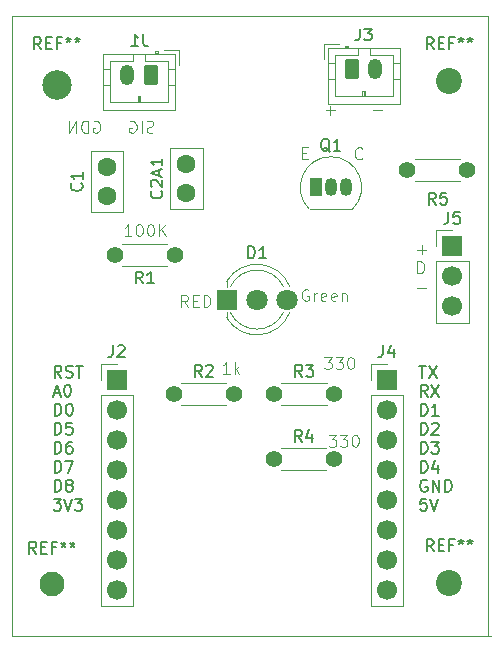
<source format=gbr>
%TF.GenerationSoftware,KiCad,Pcbnew,9.0.5*%
%TF.CreationDate,2025-12-30T15:31:51+09:00*%
%TF.ProjectId,main-board,6d61696e-2d62-46f6-9172-642e6b696361,rev?*%
%TF.SameCoordinates,Original*%
%TF.FileFunction,Soldermask,Top*%
%TF.FilePolarity,Negative*%
%FSLAX46Y46*%
G04 Gerber Fmt 4.6, Leading zero omitted, Abs format (unit mm)*
G04 Created by KiCad (PCBNEW 9.0.5) date 2025-12-30 15:31:51*
%MOMM*%
%LPD*%
G01*
G04 APERTURE LIST*
G04 Aperture macros list*
%AMRoundRect*
0 Rectangle with rounded corners*
0 $1 Rounding radius*
0 $2 $3 $4 $5 $6 $7 $8 $9 X,Y pos of 4 corners*
0 Add a 4 corners polygon primitive as box body*
4,1,4,$2,$3,$4,$5,$6,$7,$8,$9,$2,$3,0*
0 Add four circle primitives for the rounded corners*
1,1,$1+$1,$2,$3*
1,1,$1+$1,$4,$5*
1,1,$1+$1,$6,$7*
1,1,$1+$1,$8,$9*
0 Add four rect primitives between the rounded corners*
20,1,$1+$1,$2,$3,$4,$5,0*
20,1,$1+$1,$4,$5,$6,$7,0*
20,1,$1+$1,$6,$7,$8,$9,0*
20,1,$1+$1,$8,$9,$2,$3,0*%
G04 Aperture macros list end*
%ADD10C,1.600000*%
%ADD11C,2.500000*%
%ADD12C,2.100000*%
%ADD13C,1.400000*%
%ADD14C,2.200000*%
%ADD15R,1.800000X1.800000*%
%ADD16C,1.800000*%
%ADD17R,1.050000X1.500000*%
%ADD18O,1.050000X1.500000*%
%ADD19RoundRect,0.250000X-0.350000X-0.625000X0.350000X-0.625000X0.350000X0.625000X-0.350000X0.625000X0*%
%ADD20O,1.200000X1.750000*%
%ADD21R,1.700000X1.700000*%
%ADD22C,1.700000*%
%ADD23RoundRect,0.250000X0.350000X0.625000X-0.350000X0.625000X-0.350000X-0.625000X0.350000X-0.625000X0*%
%TA.AperFunction,ComponentPad*%
%ADD24C,1.600000*%
%TD*%
%TA.AperFunction,ComponentPad*%
%ADD25C,1.400000*%
%TD*%
%TA.AperFunction,ComponentPad*%
%ADD26R,1.800000X1.800000*%
%TD*%
%TA.AperFunction,ComponentPad*%
%ADD27C,1.800000*%
%TD*%
%TA.AperFunction,ComponentPad*%
%ADD28R,1.050000X1.500000*%
%TD*%
%TA.AperFunction,ComponentPad*%
%ADD29O,1.050000X1.500000*%
%TD*%
%TA.AperFunction,ComponentPad*%
%ADD30RoundRect,0.250000X-0.350000X-0.625000X0.350000X-0.625000X0.350000X0.625000X-0.350000X0.625000X0*%
%TD*%
%TA.AperFunction,ComponentPad*%
%ADD31O,1.200000X1.750000*%
%TD*%
%TA.AperFunction,ComponentPad*%
%ADD32R,1.700000X1.700000*%
%TD*%
%TA.AperFunction,ComponentPad*%
%ADD33C,1.700000*%
%TD*%
%TA.AperFunction,ComponentPad*%
%ADD34RoundRect,0.250000X0.350000X0.625000X-0.350000X0.625000X-0.350000X-0.625000X0.350000X-0.625000X0*%
%TD*%
%ADD35C,0.100000*%
%ADD36C,0.150000*%
%ADD37C,0.120000*%
%TA.AperFunction,NonConductor*%
%ADD38C,0.150000*%
%TD*%
%TA.AperFunction,Profile*%
%ADD39C,0.050000*%
%TD*%
G04 APERTURE END LIST*
D10*
%TO.C,C2A1*%
X139500000Y-87750000D03*
X139500000Y-85250000D03*
%TD*%
D11*
%TO.C,REF\u002A\u002A*%
X128500000Y-78550000D03*
%TD*%
D12*
%TO.C,REF\u002A\u002A*%
X128100000Y-120850000D03*
%TD*%
D13*
%TO.C,R5*%
X158210000Y-85750000D03*
X163290000Y-85750000D03*
%TD*%
D14*
%TO.C,REF\u002A\u002A*%
X161750000Y-78250000D03*
%TD*%
D15*
%TO.C,D1*%
X142920000Y-96750000D03*
D16*
X145460000Y-96750000D03*
X148000000Y-96750000D03*
%TD*%
D17*
%TO.C,Q1*%
X150460000Y-87250000D03*
D18*
X151730000Y-87250000D03*
X153000000Y-87250000D03*
%TD*%
D13*
%TO.C,R2*%
X138420000Y-104750000D03*
X143500000Y-104750000D03*
%TD*%
D19*
%TO.C,J3*%
X153500000Y-77250000D03*
D20*
X155500000Y-77250000D03*
%TD*%
D21*
%TO.C,J5*%
X162000000Y-92250000D03*
D22*
X162000000Y-94790000D03*
X162000000Y-97330000D03*
%TD*%
D13*
%TO.C,R3*%
X146920000Y-104750000D03*
X152000000Y-104750000D03*
%TD*%
%TO.C,R1*%
X138500000Y-93000000D03*
X133420000Y-93000000D03*
%TD*%
D10*
%TO.C,C1*%
X132750000Y-88000000D03*
X132750000Y-85500000D03*
%TD*%
D21*
%TO.C,J4*%
X156460000Y-103550000D03*
D22*
X156460000Y-106090000D03*
X156460000Y-108630000D03*
X156460000Y-111170000D03*
X156460000Y-113710000D03*
X156460000Y-116250000D03*
X156460000Y-118790000D03*
X156460000Y-121330000D03*
%TD*%
D14*
%TO.C,REF\u002A\u002A*%
X161750000Y-120750000D03*
%TD*%
D21*
%TO.C,J2*%
X133600000Y-103550000D03*
D22*
X133600000Y-106090000D03*
X133600000Y-108630000D03*
X133600000Y-111170000D03*
X133600000Y-113710000D03*
X133600000Y-116250000D03*
X133600000Y-118790000D03*
X133600000Y-121330000D03*
%TD*%
D13*
%TO.C,R4*%
X146880000Y-110250000D03*
X151960000Y-110250000D03*
%TD*%
D23*
%TO.C,J1*%
X136500000Y-77750000D03*
D20*
X134500000Y-77750000D03*
%TD*%
D24*
%TO.P,C2A1,1*%
%TO.N,Net-(J2-Pin_2)*%
X139500000Y-87750000D03*
%TO.P,C2A1,2*%
%TO.N,GND*%
X139500000Y-85250000D03*
%TD*%
D25*
%TO.P,R5,1*%
%TO.N,Net-(J3-IR_LED+)*%
X158210000Y-85750000D03*
%TO.P,R5,2*%
%TO.N,Net-(J4-Pin_8)*%
X163290000Y-85750000D03*
%TD*%
D26*
%TO.P,D1,1,K1*%
%TO.N,Net-(D1-K1)*%
X142920000Y-96750000D03*
D27*
%TO.P,D1,2,A*%
%TO.N,GND*%
X145460000Y-96750000D03*
%TO.P,D1,3,K2*%
%TO.N,Net-(D1-A)*%
X148000000Y-96750000D03*
%TD*%
D28*
%TO.P,Q1,1,E*%
%TO.N,GND*%
X150460000Y-87250000D03*
D29*
%TO.P,Q1,2,B*%
%TO.N,Net-(Q1-B)*%
X151730000Y-87250000D03*
%TO.P,Q1,3,C*%
%TO.N,Net-(J3-IR_LED-)*%
X153000000Y-87250000D03*
%TD*%
D25*
%TO.P,R2,1*%
%TO.N,Net-(J2-Pin_4)*%
X138420000Y-104750000D03*
%TO.P,R2,2*%
%TO.N,Net-(Q1-B)*%
X143500000Y-104750000D03*
%TD*%
D30*
%TO.P,J3,1,IR_LED+*%
%TO.N,Net-(J3-IR_LED+)*%
X153500000Y-77250000D03*
D31*
%TO.P,J3,2,IR_LED-*%
%TO.N,Net-(J3-IR_LED-)*%
X155500000Y-77250000D03*
%TD*%
D32*
%TO.P,J5,1,VCC*%
%TO.N,Net-(J4-Pin_8)*%
X162000000Y-92250000D03*
D33*
%TO.P,J5,2,DATA*%
%TO.N,Net-(J4-Pin_3)*%
X162000000Y-94790000D03*
%TO.P,J5,3,GND*%
%TO.N,GND*%
X162000000Y-97330000D03*
%TD*%
D25*
%TO.P,R3,1*%
%TO.N,Net-(J2-Pin_6)*%
X146920000Y-104750000D03*
%TO.P,R3,2*%
%TO.N,Net-(D1-A)*%
X152000000Y-104750000D03*
%TD*%
%TO.P,R1,1*%
%TO.N,Net-(J1-EMI_SIG)*%
X138500000Y-93000000D03*
%TO.P,R1,2*%
%TO.N,Net-(J2-Pin_2)*%
X133420000Y-93000000D03*
%TD*%
D24*
%TO.P,C1,1*%
%TO.N,Net-(J2-Pin_2)*%
X132750000Y-88000000D03*
%TO.P,C1,2*%
%TO.N,GND*%
X132750000Y-85500000D03*
%TD*%
D32*
%TO.P,J4,1,Pin_1*%
%TO.N,unconnected-(J4-Pin_1-Pad1)*%
X156460000Y-103550000D03*
D33*
%TO.P,J4,2,Pin_2*%
%TO.N,unconnected-(J4-Pin_2-Pad2)*%
X156460000Y-106090000D03*
%TO.P,J4,3,Pin_3*%
%TO.N,Net-(J4-Pin_3)*%
X156460000Y-108630000D03*
%TO.P,J4,4,Pin_4*%
%TO.N,unconnected-(J4-Pin_4-Pad4)*%
X156460000Y-111170000D03*
%TO.P,J4,5,Pin_5*%
%TO.N,unconnected-(J4-Pin_5-Pad5)*%
X156460000Y-113710000D03*
%TO.P,J4,6,Pin_6*%
%TO.N,unconnected-(J4-Pin_6-Pad6)*%
X156460000Y-116250000D03*
%TO.P,J4,7,Pin_7*%
%TO.N,GND*%
X156460000Y-118790000D03*
%TO.P,J4,8,Pin_8*%
%TO.N,Net-(J4-Pin_8)*%
X156460000Y-121330000D03*
%TD*%
D32*
%TO.P,J2,1,Pin_1*%
%TO.N,unconnected-(J2-Pin_1-Pad1)*%
X133600000Y-103550000D03*
D33*
%TO.P,J2,2,Pin_2*%
%TO.N,Net-(J2-Pin_2)*%
X133600000Y-106090000D03*
%TO.P,J2,3,Pin_3*%
%TO.N,unconnected-(J2-Pin_3-Pad3)*%
X133600000Y-108630000D03*
%TO.P,J2,4,Pin_4*%
%TO.N,Net-(J2-Pin_4)*%
X133600000Y-111170000D03*
%TO.P,J2,5,Pin_5*%
%TO.N,Net-(J2-Pin_5)*%
X133600000Y-113710000D03*
%TO.P,J2,6,Pin_6*%
%TO.N,Net-(J2-Pin_6)*%
X133600000Y-116250000D03*
%TO.P,J2,7,Pin_7*%
%TO.N,unconnected-(J2-Pin_7-Pad7)*%
X133600000Y-118790000D03*
%TO.P,J2,8,Pin_8*%
%TO.N,unconnected-(J2-Pin_8-Pad8)*%
X133600000Y-121330000D03*
%TD*%
D25*
%TO.P,R4,1*%
%TO.N,Net-(D1-K1)*%
X146880000Y-110250000D03*
%TO.P,R4,2*%
%TO.N,Net-(J2-Pin_5)*%
X151960000Y-110250000D03*
%TD*%
D34*
%TO.P,J1,1,EMI_SIG*%
%TO.N,Net-(J1-EMI_SIG)*%
X136500000Y-77750000D03*
D31*
%TO.P,J1,2,GND*%
%TO.N,GND*%
X134500000Y-77750000D03*
%TD*%
D10*
%TO.C,C2A1*%
X139500000Y-87750000D03*
X139500000Y-85250000D03*
%TD*%
D11*
%TO.C,REF\u002A\u002A*%
X128500000Y-78550000D03*
%TD*%
D12*
%TO.C,REF\u002A\u002A*%
X128100000Y-120850000D03*
%TD*%
D13*
%TO.C,R5*%
X158210000Y-85750000D03*
X163290000Y-85750000D03*
%TD*%
D14*
%TO.C,REF\u002A\u002A*%
X161750000Y-78250000D03*
%TD*%
D15*
%TO.C,D1*%
X142920000Y-96750000D03*
D16*
X145460000Y-96750000D03*
X148000000Y-96750000D03*
%TD*%
D17*
%TO.C,Q1*%
X150460000Y-87250000D03*
D18*
X151730000Y-87250000D03*
X153000000Y-87250000D03*
%TD*%
D13*
%TO.C,R2*%
X138420000Y-104750000D03*
X143500000Y-104750000D03*
%TD*%
D19*
%TO.C,J3*%
X153500000Y-77250000D03*
D20*
X155500000Y-77250000D03*
%TD*%
D21*
%TO.C,J5*%
X162000000Y-92250000D03*
D22*
X162000000Y-94790000D03*
X162000000Y-97330000D03*
%TD*%
D13*
%TO.C,R3*%
X146920000Y-104750000D03*
X152000000Y-104750000D03*
%TD*%
%TO.C,R1*%
X138500000Y-93000000D03*
X133420000Y-93000000D03*
%TD*%
D10*
%TO.C,C1*%
X132750000Y-88000000D03*
X132750000Y-85500000D03*
%TD*%
D21*
%TO.C,J4*%
X156460000Y-103550000D03*
D22*
X156460000Y-106090000D03*
X156460000Y-108630000D03*
X156460000Y-111170000D03*
X156460000Y-113710000D03*
X156460000Y-116250000D03*
X156460000Y-118790000D03*
X156460000Y-121330000D03*
%TD*%
D14*
%TO.C,REF\u002A\u002A*%
X161750000Y-120750000D03*
%TD*%
D21*
%TO.C,J2*%
X133600000Y-103550000D03*
D22*
X133600000Y-106090000D03*
X133600000Y-108630000D03*
X133600000Y-111170000D03*
X133600000Y-113710000D03*
X133600000Y-116250000D03*
X133600000Y-118790000D03*
X133600000Y-121330000D03*
%TD*%
D13*
%TO.C,R4*%
X146880000Y-110250000D03*
X151960000Y-110250000D03*
%TD*%
D23*
%TO.C,J1*%
X136500000Y-77750000D03*
D20*
X134500000Y-77750000D03*
%TD*%
D35*
X136703734Y-82574800D02*
X136560877Y-82622419D01*
X136560877Y-82622419D02*
X136322782Y-82622419D01*
X136322782Y-82622419D02*
X136227544Y-82574800D01*
X136227544Y-82574800D02*
X136179925Y-82527180D01*
X136179925Y-82527180D02*
X136132306Y-82431942D01*
X136132306Y-82431942D02*
X136132306Y-82336704D01*
X136132306Y-82336704D02*
X136179925Y-82241466D01*
X136179925Y-82241466D02*
X136227544Y-82193847D01*
X136227544Y-82193847D02*
X136322782Y-82146228D01*
X136322782Y-82146228D02*
X136513258Y-82098609D01*
X136513258Y-82098609D02*
X136608496Y-82050990D01*
X136608496Y-82050990D02*
X136656115Y-82003371D01*
X136656115Y-82003371D02*
X136703734Y-81908133D01*
X136703734Y-81908133D02*
X136703734Y-81812895D01*
X136703734Y-81812895D02*
X136656115Y-81717657D01*
X136656115Y-81717657D02*
X136608496Y-81670038D01*
X136608496Y-81670038D02*
X136513258Y-81622419D01*
X136513258Y-81622419D02*
X136275163Y-81622419D01*
X136275163Y-81622419D02*
X136132306Y-81670038D01*
X135703734Y-82622419D02*
X135703734Y-81622419D01*
X134703735Y-81670038D02*
X134798973Y-81622419D01*
X134798973Y-81622419D02*
X134941830Y-81622419D01*
X134941830Y-81622419D02*
X135084687Y-81670038D01*
X135084687Y-81670038D02*
X135179925Y-81765276D01*
X135179925Y-81765276D02*
X135227544Y-81860514D01*
X135227544Y-81860514D02*
X135275163Y-82050990D01*
X135275163Y-82050990D02*
X135275163Y-82193847D01*
X135275163Y-82193847D02*
X135227544Y-82384323D01*
X135227544Y-82384323D02*
X135179925Y-82479561D01*
X135179925Y-82479561D02*
X135084687Y-82574800D01*
X135084687Y-82574800D02*
X134941830Y-82622419D01*
X134941830Y-82622419D02*
X134846592Y-82622419D01*
X134846592Y-82622419D02*
X134703735Y-82574800D01*
X134703735Y-82574800D02*
X134656116Y-82527180D01*
X134656116Y-82527180D02*
X134656116Y-82193847D01*
X134656116Y-82193847D02*
X134846592Y-82193847D01*
X131632306Y-81670038D02*
X131727544Y-81622419D01*
X131727544Y-81622419D02*
X131870401Y-81622419D01*
X131870401Y-81622419D02*
X132013258Y-81670038D01*
X132013258Y-81670038D02*
X132108496Y-81765276D01*
X132108496Y-81765276D02*
X132156115Y-81860514D01*
X132156115Y-81860514D02*
X132203734Y-82050990D01*
X132203734Y-82050990D02*
X132203734Y-82193847D01*
X132203734Y-82193847D02*
X132156115Y-82384323D01*
X132156115Y-82384323D02*
X132108496Y-82479561D01*
X132108496Y-82479561D02*
X132013258Y-82574800D01*
X132013258Y-82574800D02*
X131870401Y-82622419D01*
X131870401Y-82622419D02*
X131775163Y-82622419D01*
X131775163Y-82622419D02*
X131632306Y-82574800D01*
X131632306Y-82574800D02*
X131584687Y-82527180D01*
X131584687Y-82527180D02*
X131584687Y-82193847D01*
X131584687Y-82193847D02*
X131775163Y-82193847D01*
X131156115Y-82622419D02*
X131156115Y-81622419D01*
X131156115Y-81622419D02*
X130918020Y-81622419D01*
X130918020Y-81622419D02*
X130775163Y-81670038D01*
X130775163Y-81670038D02*
X130679925Y-81765276D01*
X130679925Y-81765276D02*
X130632306Y-81860514D01*
X130632306Y-81860514D02*
X130584687Y-82050990D01*
X130584687Y-82050990D02*
X130584687Y-82193847D01*
X130584687Y-82193847D02*
X130632306Y-82384323D01*
X130632306Y-82384323D02*
X130679925Y-82479561D01*
X130679925Y-82479561D02*
X130775163Y-82574800D01*
X130775163Y-82574800D02*
X130918020Y-82622419D01*
X130918020Y-82622419D02*
X131156115Y-82622419D01*
X130156115Y-82622419D02*
X130156115Y-81622419D01*
X130156115Y-81622419D02*
X129584687Y-82622419D01*
X129584687Y-82622419D02*
X129584687Y-81622419D01*
D36*
X135833333Y-74304819D02*
X135833333Y-75019104D01*
X135833333Y-75019104D02*
X135880952Y-75161961D01*
X135880952Y-75161961D02*
X135976190Y-75257200D01*
X135976190Y-75257200D02*
X136119047Y-75304819D01*
X136119047Y-75304819D02*
X136214285Y-75304819D01*
X134833333Y-75304819D02*
X135404761Y-75304819D01*
X135119047Y-75304819D02*
X135119047Y-74304819D01*
X135119047Y-74304819D02*
X135214285Y-74447676D01*
X135214285Y-74447676D02*
X135309523Y-74542914D01*
X135309523Y-74542914D02*
X135404761Y-74590533D01*
D37*
%TO.C,J1*%
X132440000Y-75940000D02*
X138560000Y-75940000D01*
X132440000Y-77250000D02*
X133050000Y-77250000D01*
X132440000Y-78550000D02*
X133050000Y-78550000D01*
X132440000Y-80660000D02*
X132440000Y-75940000D01*
X133050000Y-76550000D02*
X135000000Y-76550000D01*
X133050000Y-80050000D02*
X133050000Y-76550000D01*
X135000000Y-76550000D02*
X135000000Y-75940000D01*
X135400000Y-79550000D02*
X135400000Y-80050000D01*
X135500000Y-80050000D02*
X135500000Y-79550000D01*
X135600000Y-79550000D02*
X135400000Y-79550000D01*
X135600000Y-80050000D02*
X135600000Y-79550000D01*
X136000000Y-75940000D02*
X136000000Y-76550000D01*
X136000000Y-76550000D02*
X137950000Y-76550000D01*
X136800000Y-75740000D02*
X137100000Y-75740000D01*
X136800000Y-75840000D02*
X137100000Y-75840000D01*
X136800000Y-75940000D02*
X136800000Y-75740000D01*
X137100000Y-75740000D02*
X137100000Y-75940000D01*
X137610000Y-75640000D02*
X138860000Y-75640000D01*
X137950000Y-76550000D02*
X137950000Y-80050000D01*
X137950000Y-80050000D02*
X133050000Y-80050000D01*
X138560000Y-75940000D02*
X138560000Y-80660000D01*
X138560000Y-77250000D02*
X137950000Y-77250000D01*
X138560000Y-78550000D02*
X137950000Y-78550000D01*
X138560000Y-80660000D02*
X132440000Y-80660000D01*
X138860000Y-75640000D02*
X138860000Y-76890000D01*
%TD*%
D36*
D38*
X159193922Y-102350211D02*
X159765350Y-102350211D01*
X159479636Y-103350211D02*
X159479636Y-102350211D01*
X160003446Y-102350211D02*
X160670112Y-103350211D01*
X160670112Y-102350211D02*
X160003446Y-103350211D01*
X159908207Y-104960155D02*
X159574874Y-104483964D01*
X159336779Y-104960155D02*
X159336779Y-103960155D01*
X159336779Y-103960155D02*
X159717731Y-103960155D01*
X159717731Y-103960155D02*
X159812969Y-104007774D01*
X159812969Y-104007774D02*
X159860588Y-104055393D01*
X159860588Y-104055393D02*
X159908207Y-104150631D01*
X159908207Y-104150631D02*
X159908207Y-104293488D01*
X159908207Y-104293488D02*
X159860588Y-104388726D01*
X159860588Y-104388726D02*
X159812969Y-104436345D01*
X159812969Y-104436345D02*
X159717731Y-104483964D01*
X159717731Y-104483964D02*
X159336779Y-104483964D01*
X160241541Y-103960155D02*
X160908207Y-104960155D01*
X160908207Y-103960155D02*
X160241541Y-104960155D01*
X159336779Y-106570099D02*
X159336779Y-105570099D01*
X159336779Y-105570099D02*
X159574874Y-105570099D01*
X159574874Y-105570099D02*
X159717731Y-105617718D01*
X159717731Y-105617718D02*
X159812969Y-105712956D01*
X159812969Y-105712956D02*
X159860588Y-105808194D01*
X159860588Y-105808194D02*
X159908207Y-105998670D01*
X159908207Y-105998670D02*
X159908207Y-106141527D01*
X159908207Y-106141527D02*
X159860588Y-106332003D01*
X159860588Y-106332003D02*
X159812969Y-106427241D01*
X159812969Y-106427241D02*
X159717731Y-106522480D01*
X159717731Y-106522480D02*
X159574874Y-106570099D01*
X159574874Y-106570099D02*
X159336779Y-106570099D01*
X160860588Y-106570099D02*
X160289160Y-106570099D01*
X160574874Y-106570099D02*
X160574874Y-105570099D01*
X160574874Y-105570099D02*
X160479636Y-105712956D01*
X160479636Y-105712956D02*
X160384398Y-105808194D01*
X160384398Y-105808194D02*
X160289160Y-105855813D01*
X159336779Y-108180043D02*
X159336779Y-107180043D01*
X159336779Y-107180043D02*
X159574874Y-107180043D01*
X159574874Y-107180043D02*
X159717731Y-107227662D01*
X159717731Y-107227662D02*
X159812969Y-107322900D01*
X159812969Y-107322900D02*
X159860588Y-107418138D01*
X159860588Y-107418138D02*
X159908207Y-107608614D01*
X159908207Y-107608614D02*
X159908207Y-107751471D01*
X159908207Y-107751471D02*
X159860588Y-107941947D01*
X159860588Y-107941947D02*
X159812969Y-108037185D01*
X159812969Y-108037185D02*
X159717731Y-108132424D01*
X159717731Y-108132424D02*
X159574874Y-108180043D01*
X159574874Y-108180043D02*
X159336779Y-108180043D01*
X160289160Y-107275281D02*
X160336779Y-107227662D01*
X160336779Y-107227662D02*
X160432017Y-107180043D01*
X160432017Y-107180043D02*
X160670112Y-107180043D01*
X160670112Y-107180043D02*
X160765350Y-107227662D01*
X160765350Y-107227662D02*
X160812969Y-107275281D01*
X160812969Y-107275281D02*
X160860588Y-107370519D01*
X160860588Y-107370519D02*
X160860588Y-107465757D01*
X160860588Y-107465757D02*
X160812969Y-107608614D01*
X160812969Y-107608614D02*
X160241541Y-108180043D01*
X160241541Y-108180043D02*
X160860588Y-108180043D01*
X159336779Y-109789987D02*
X159336779Y-108789987D01*
X159336779Y-108789987D02*
X159574874Y-108789987D01*
X159574874Y-108789987D02*
X159717731Y-108837606D01*
X159717731Y-108837606D02*
X159812969Y-108932844D01*
X159812969Y-108932844D02*
X159860588Y-109028082D01*
X159860588Y-109028082D02*
X159908207Y-109218558D01*
X159908207Y-109218558D02*
X159908207Y-109361415D01*
X159908207Y-109361415D02*
X159860588Y-109551891D01*
X159860588Y-109551891D02*
X159812969Y-109647129D01*
X159812969Y-109647129D02*
X159717731Y-109742368D01*
X159717731Y-109742368D02*
X159574874Y-109789987D01*
X159574874Y-109789987D02*
X159336779Y-109789987D01*
X160241541Y-108789987D02*
X160860588Y-108789987D01*
X160860588Y-108789987D02*
X160527255Y-109170939D01*
X160527255Y-109170939D02*
X160670112Y-109170939D01*
X160670112Y-109170939D02*
X160765350Y-109218558D01*
X160765350Y-109218558D02*
X160812969Y-109266177D01*
X160812969Y-109266177D02*
X160860588Y-109361415D01*
X160860588Y-109361415D02*
X160860588Y-109599510D01*
X160860588Y-109599510D02*
X160812969Y-109694748D01*
X160812969Y-109694748D02*
X160765350Y-109742368D01*
X160765350Y-109742368D02*
X160670112Y-109789987D01*
X160670112Y-109789987D02*
X160384398Y-109789987D01*
X160384398Y-109789987D02*
X160289160Y-109742368D01*
X160289160Y-109742368D02*
X160241541Y-109694748D01*
X159336779Y-111399931D02*
X159336779Y-110399931D01*
X159336779Y-110399931D02*
X159574874Y-110399931D01*
X159574874Y-110399931D02*
X159717731Y-110447550D01*
X159717731Y-110447550D02*
X159812969Y-110542788D01*
X159812969Y-110542788D02*
X159860588Y-110638026D01*
X159860588Y-110638026D02*
X159908207Y-110828502D01*
X159908207Y-110828502D02*
X159908207Y-110971359D01*
X159908207Y-110971359D02*
X159860588Y-111161835D01*
X159860588Y-111161835D02*
X159812969Y-111257073D01*
X159812969Y-111257073D02*
X159717731Y-111352312D01*
X159717731Y-111352312D02*
X159574874Y-111399931D01*
X159574874Y-111399931D02*
X159336779Y-111399931D01*
X160765350Y-110733264D02*
X160765350Y-111399931D01*
X160527255Y-110352312D02*
X160289160Y-111066597D01*
X160289160Y-111066597D02*
X160908207Y-111066597D01*
X159860588Y-112057494D02*
X159765350Y-112009875D01*
X159765350Y-112009875D02*
X159622493Y-112009875D01*
X159622493Y-112009875D02*
X159479636Y-112057494D01*
X159479636Y-112057494D02*
X159384398Y-112152732D01*
X159384398Y-112152732D02*
X159336779Y-112247970D01*
X159336779Y-112247970D02*
X159289160Y-112438446D01*
X159289160Y-112438446D02*
X159289160Y-112581303D01*
X159289160Y-112581303D02*
X159336779Y-112771779D01*
X159336779Y-112771779D02*
X159384398Y-112867017D01*
X159384398Y-112867017D02*
X159479636Y-112962256D01*
X159479636Y-112962256D02*
X159622493Y-113009875D01*
X159622493Y-113009875D02*
X159717731Y-113009875D01*
X159717731Y-113009875D02*
X159860588Y-112962256D01*
X159860588Y-112962256D02*
X159908207Y-112914636D01*
X159908207Y-112914636D02*
X159908207Y-112581303D01*
X159908207Y-112581303D02*
X159717731Y-112581303D01*
X160336779Y-113009875D02*
X160336779Y-112009875D01*
X160336779Y-112009875D02*
X160908207Y-113009875D01*
X160908207Y-113009875D02*
X160908207Y-112009875D01*
X161384398Y-113009875D02*
X161384398Y-112009875D01*
X161384398Y-112009875D02*
X161622493Y-112009875D01*
X161622493Y-112009875D02*
X161765350Y-112057494D01*
X161765350Y-112057494D02*
X161860588Y-112152732D01*
X161860588Y-112152732D02*
X161908207Y-112247970D01*
X161908207Y-112247970D02*
X161955826Y-112438446D01*
X161955826Y-112438446D02*
X161955826Y-112581303D01*
X161955826Y-112581303D02*
X161908207Y-112771779D01*
X161908207Y-112771779D02*
X161860588Y-112867017D01*
X161860588Y-112867017D02*
X161765350Y-112962256D01*
X161765350Y-112962256D02*
X161622493Y-113009875D01*
X161622493Y-113009875D02*
X161384398Y-113009875D01*
X159812969Y-113619819D02*
X159336779Y-113619819D01*
X159336779Y-113619819D02*
X159289160Y-114096009D01*
X159289160Y-114096009D02*
X159336779Y-114048390D01*
X159336779Y-114048390D02*
X159432017Y-114000771D01*
X159432017Y-114000771D02*
X159670112Y-114000771D01*
X159670112Y-114000771D02*
X159765350Y-114048390D01*
X159765350Y-114048390D02*
X159812969Y-114096009D01*
X159812969Y-114096009D02*
X159860588Y-114191247D01*
X159860588Y-114191247D02*
X159860588Y-114429342D01*
X159860588Y-114429342D02*
X159812969Y-114524580D01*
X159812969Y-114524580D02*
X159765350Y-114572200D01*
X159765350Y-114572200D02*
X159670112Y-114619819D01*
X159670112Y-114619819D02*
X159432017Y-114619819D01*
X159432017Y-114619819D02*
X159336779Y-114572200D01*
X159336779Y-114572200D02*
X159289160Y-114524580D01*
X160146303Y-113619819D02*
X160479636Y-114619819D01*
X160479636Y-114619819D02*
X160812969Y-113619819D01*
D24*
%TO.P,C2A1,1*%
%TO.N,Net-(J2-Pin_2)*%
X139500000Y-87750000D03*
%TO.P,C2A1,2*%
%TO.N,GND*%
X139500000Y-85250000D03*
%TD*%
D25*
%TO.P,R5,1*%
%TO.N,Net-(J3-IR_LED+)*%
X158210000Y-85750000D03*
%TO.P,R5,2*%
%TO.N,Net-(J4-Pin_8)*%
X163290000Y-85750000D03*
%TD*%
D26*
%TO.P,D1,1,K1*%
%TO.N,Net-(D1-K1)*%
X142920000Y-96750000D03*
D27*
%TO.P,D1,2,A*%
%TO.N,GND*%
X145460000Y-96750000D03*
%TO.P,D1,3,K2*%
%TO.N,Net-(D1-A)*%
X148000000Y-96750000D03*
%TD*%
D28*
%TO.P,Q1,1,E*%
%TO.N,GND*%
X150460000Y-87250000D03*
D29*
%TO.P,Q1,2,B*%
%TO.N,Net-(Q1-B)*%
X151730000Y-87250000D03*
%TO.P,Q1,3,C*%
%TO.N,Net-(J3-IR_LED-)*%
X153000000Y-87250000D03*
%TD*%
D25*
%TO.P,R2,1*%
%TO.N,Net-(J2-Pin_4)*%
X138420000Y-104750000D03*
%TO.P,R2,2*%
%TO.N,Net-(Q1-B)*%
X143500000Y-104750000D03*
%TD*%
D30*
%TO.P,J3,1,IR_LED+*%
%TO.N,Net-(J3-IR_LED+)*%
X153500000Y-77250000D03*
D31*
%TO.P,J3,2,IR_LED-*%
%TO.N,Net-(J3-IR_LED-)*%
X155500000Y-77250000D03*
%TD*%
D32*
%TO.P,J5,1,VCC*%
%TO.N,Net-(J4-Pin_8)*%
X162000000Y-92250000D03*
D33*
%TO.P,J5,2,DATA*%
%TO.N,Net-(J4-Pin_3)*%
X162000000Y-94790000D03*
%TO.P,J5,3,GND*%
%TO.N,GND*%
X162000000Y-97330000D03*
%TD*%
D25*
%TO.P,R3,1*%
%TO.N,Net-(J2-Pin_6)*%
X146920000Y-104750000D03*
%TO.P,R3,2*%
%TO.N,Net-(D1-A)*%
X152000000Y-104750000D03*
%TD*%
%TO.P,R1,1*%
%TO.N,Net-(J1-EMI_SIG)*%
X138500000Y-93000000D03*
%TO.P,R1,2*%
%TO.N,Net-(J2-Pin_2)*%
X133420000Y-93000000D03*
%TD*%
D24*
%TO.P,C1,1*%
%TO.N,Net-(J2-Pin_2)*%
X132750000Y-88000000D03*
%TO.P,C1,2*%
%TO.N,GND*%
X132750000Y-85500000D03*
%TD*%
D32*
%TO.P,J4,1,Pin_1*%
%TO.N,unconnected-(J4-Pin_1-Pad1)*%
X156460000Y-103550000D03*
D33*
%TO.P,J4,2,Pin_2*%
%TO.N,unconnected-(J4-Pin_2-Pad2)*%
X156460000Y-106090000D03*
%TO.P,J4,3,Pin_3*%
%TO.N,Net-(J4-Pin_3)*%
X156460000Y-108630000D03*
%TO.P,J4,4,Pin_4*%
%TO.N,unconnected-(J4-Pin_4-Pad4)*%
X156460000Y-111170000D03*
%TO.P,J4,5,Pin_5*%
%TO.N,unconnected-(J4-Pin_5-Pad5)*%
X156460000Y-113710000D03*
%TO.P,J4,6,Pin_6*%
%TO.N,unconnected-(J4-Pin_6-Pad6)*%
X156460000Y-116250000D03*
%TO.P,J4,7,Pin_7*%
%TO.N,GND*%
X156460000Y-118790000D03*
%TO.P,J4,8,Pin_8*%
%TO.N,Net-(J4-Pin_8)*%
X156460000Y-121330000D03*
%TD*%
D32*
%TO.P,J2,1,Pin_1*%
%TO.N,unconnected-(J2-Pin_1-Pad1)*%
X133600000Y-103550000D03*
D33*
%TO.P,J2,2,Pin_2*%
%TO.N,Net-(J2-Pin_2)*%
X133600000Y-106090000D03*
%TO.P,J2,3,Pin_3*%
%TO.N,unconnected-(J2-Pin_3-Pad3)*%
X133600000Y-108630000D03*
%TO.P,J2,4,Pin_4*%
%TO.N,Net-(J2-Pin_4)*%
X133600000Y-111170000D03*
%TO.P,J2,5,Pin_5*%
%TO.N,Net-(J2-Pin_5)*%
X133600000Y-113710000D03*
%TO.P,J2,6,Pin_6*%
%TO.N,Net-(J2-Pin_6)*%
X133600000Y-116250000D03*
%TO.P,J2,7,Pin_7*%
%TO.N,unconnected-(J2-Pin_7-Pad7)*%
X133600000Y-118790000D03*
%TO.P,J2,8,Pin_8*%
%TO.N,unconnected-(J2-Pin_8-Pad8)*%
X133600000Y-121330000D03*
%TD*%
D25*
%TO.P,R4,1*%
%TO.N,Net-(D1-K1)*%
X146880000Y-110250000D03*
%TO.P,R4,2*%
%TO.N,Net-(J2-Pin_5)*%
X151960000Y-110250000D03*
%TD*%
D34*
%TO.P,J1,1,EMI_SIG*%
%TO.N,Net-(J1-EMI_SIG)*%
X136500000Y-77750000D03*
D31*
%TO.P,J1,2,GND*%
%TO.N,GND*%
X134500000Y-77750000D03*
%TD*%
D35*
X151288884Y-80741466D02*
X152050789Y-80741466D01*
X151669836Y-81122419D02*
X151669836Y-80360514D01*
X151168646Y-101622419D02*
X151787693Y-101622419D01*
X151787693Y-101622419D02*
X151454360Y-102003371D01*
X151454360Y-102003371D02*
X151597217Y-102003371D01*
X151597217Y-102003371D02*
X151692455Y-102050990D01*
X151692455Y-102050990D02*
X151740074Y-102098609D01*
X151740074Y-102098609D02*
X151787693Y-102193847D01*
X151787693Y-102193847D02*
X151787693Y-102431942D01*
X151787693Y-102431942D02*
X151740074Y-102527180D01*
X151740074Y-102527180D02*
X151692455Y-102574800D01*
X151692455Y-102574800D02*
X151597217Y-102622419D01*
X151597217Y-102622419D02*
X151311503Y-102622419D01*
X151311503Y-102622419D02*
X151216265Y-102574800D01*
X151216265Y-102574800D02*
X151168646Y-102527180D01*
X152121027Y-101622419D02*
X152740074Y-101622419D01*
X152740074Y-101622419D02*
X152406741Y-102003371D01*
X152406741Y-102003371D02*
X152549598Y-102003371D01*
X152549598Y-102003371D02*
X152644836Y-102050990D01*
X152644836Y-102050990D02*
X152692455Y-102098609D01*
X152692455Y-102098609D02*
X152740074Y-102193847D01*
X152740074Y-102193847D02*
X152740074Y-102431942D01*
X152740074Y-102431942D02*
X152692455Y-102527180D01*
X152692455Y-102527180D02*
X152644836Y-102574800D01*
X152644836Y-102574800D02*
X152549598Y-102622419D01*
X152549598Y-102622419D02*
X152263884Y-102622419D01*
X152263884Y-102622419D02*
X152168646Y-102574800D01*
X152168646Y-102574800D02*
X152121027Y-102527180D01*
X153359122Y-101622419D02*
X153454360Y-101622419D01*
X153454360Y-101622419D02*
X153549598Y-101670038D01*
X153549598Y-101670038D02*
X153597217Y-101717657D01*
X153597217Y-101717657D02*
X153644836Y-101812895D01*
X153644836Y-101812895D02*
X153692455Y-102003371D01*
X153692455Y-102003371D02*
X153692455Y-102241466D01*
X153692455Y-102241466D02*
X153644836Y-102431942D01*
X153644836Y-102431942D02*
X153597217Y-102527180D01*
X153597217Y-102527180D02*
X153549598Y-102574800D01*
X153549598Y-102574800D02*
X153454360Y-102622419D01*
X153454360Y-102622419D02*
X153359122Y-102622419D01*
X153359122Y-102622419D02*
X153263884Y-102574800D01*
X153263884Y-102574800D02*
X153216265Y-102527180D01*
X153216265Y-102527180D02*
X153168646Y-102431942D01*
X153168646Y-102431942D02*
X153121027Y-102241466D01*
X153121027Y-102241466D02*
X153121027Y-102003371D01*
X153121027Y-102003371D02*
X153168646Y-101812895D01*
X153168646Y-101812895D02*
X153216265Y-101717657D01*
X153216265Y-101717657D02*
X153263884Y-101670038D01*
X153263884Y-101670038D02*
X153359122Y-101622419D01*
X159053884Y-92521578D02*
X159815789Y-92521578D01*
X159434836Y-92902531D02*
X159434836Y-92140626D01*
X159053884Y-94512475D02*
X159053884Y-93512475D01*
X159053884Y-93512475D02*
X159291979Y-93512475D01*
X159291979Y-93512475D02*
X159434836Y-93560094D01*
X159434836Y-93560094D02*
X159530074Y-93655332D01*
X159530074Y-93655332D02*
X159577693Y-93750570D01*
X159577693Y-93750570D02*
X159625312Y-93941046D01*
X159625312Y-93941046D02*
X159625312Y-94083903D01*
X159625312Y-94083903D02*
X159577693Y-94274379D01*
X159577693Y-94274379D02*
X159530074Y-94369617D01*
X159530074Y-94369617D02*
X159434836Y-94464856D01*
X159434836Y-94464856D02*
X159291979Y-94512475D01*
X159291979Y-94512475D02*
X159053884Y-94512475D01*
X159053884Y-95741466D02*
X159815789Y-95741466D01*
X143160859Y-103040081D02*
X142589431Y-103040081D01*
X142875145Y-103040081D02*
X142875145Y-102040081D01*
X142875145Y-102040081D02*
X142779907Y-102182938D01*
X142779907Y-102182938D02*
X142684669Y-102278176D01*
X142684669Y-102278176D02*
X142589431Y-102325795D01*
X143589431Y-103040081D02*
X143589431Y-102040081D01*
X143684669Y-102659128D02*
X143970383Y-103040081D01*
X143970383Y-102373414D02*
X143589431Y-102754366D01*
X151548646Y-108202419D02*
X152167693Y-108202419D01*
X152167693Y-108202419D02*
X151834360Y-108583371D01*
X151834360Y-108583371D02*
X151977217Y-108583371D01*
X151977217Y-108583371D02*
X152072455Y-108630990D01*
X152072455Y-108630990D02*
X152120074Y-108678609D01*
X152120074Y-108678609D02*
X152167693Y-108773847D01*
X152167693Y-108773847D02*
X152167693Y-109011942D01*
X152167693Y-109011942D02*
X152120074Y-109107180D01*
X152120074Y-109107180D02*
X152072455Y-109154800D01*
X152072455Y-109154800D02*
X151977217Y-109202419D01*
X151977217Y-109202419D02*
X151691503Y-109202419D01*
X151691503Y-109202419D02*
X151596265Y-109154800D01*
X151596265Y-109154800D02*
X151548646Y-109107180D01*
X152501027Y-108202419D02*
X153120074Y-108202419D01*
X153120074Y-108202419D02*
X152786741Y-108583371D01*
X152786741Y-108583371D02*
X152929598Y-108583371D01*
X152929598Y-108583371D02*
X153024836Y-108630990D01*
X153024836Y-108630990D02*
X153072455Y-108678609D01*
X153072455Y-108678609D02*
X153120074Y-108773847D01*
X153120074Y-108773847D02*
X153120074Y-109011942D01*
X153120074Y-109011942D02*
X153072455Y-109107180D01*
X153072455Y-109107180D02*
X153024836Y-109154800D01*
X153024836Y-109154800D02*
X152929598Y-109202419D01*
X152929598Y-109202419D02*
X152643884Y-109202419D01*
X152643884Y-109202419D02*
X152548646Y-109154800D01*
X152548646Y-109154800D02*
X152501027Y-109107180D01*
X153739122Y-108202419D02*
X153834360Y-108202419D01*
X153834360Y-108202419D02*
X153929598Y-108250038D01*
X153929598Y-108250038D02*
X153977217Y-108297657D01*
X153977217Y-108297657D02*
X154024836Y-108392895D01*
X154024836Y-108392895D02*
X154072455Y-108583371D01*
X154072455Y-108583371D02*
X154072455Y-108821466D01*
X154072455Y-108821466D02*
X154024836Y-109011942D01*
X154024836Y-109011942D02*
X153977217Y-109107180D01*
X153977217Y-109107180D02*
X153929598Y-109154800D01*
X153929598Y-109154800D02*
X153834360Y-109202419D01*
X153834360Y-109202419D02*
X153739122Y-109202419D01*
X153739122Y-109202419D02*
X153643884Y-109154800D01*
X153643884Y-109154800D02*
X153596265Y-109107180D01*
X153596265Y-109107180D02*
X153548646Y-109011942D01*
X153548646Y-109011942D02*
X153501027Y-108821466D01*
X153501027Y-108821466D02*
X153501027Y-108583371D01*
X153501027Y-108583371D02*
X153548646Y-108392895D01*
X153548646Y-108392895D02*
X153596265Y-108297657D01*
X153596265Y-108297657D02*
X153643884Y-108250038D01*
X153643884Y-108250038D02*
X153739122Y-108202419D01*
X134827693Y-91372419D02*
X134256265Y-91372419D01*
X134541979Y-91372419D02*
X134541979Y-90372419D01*
X134541979Y-90372419D02*
X134446741Y-90515276D01*
X134446741Y-90515276D02*
X134351503Y-90610514D01*
X134351503Y-90610514D02*
X134256265Y-90658133D01*
X135446741Y-90372419D02*
X135541979Y-90372419D01*
X135541979Y-90372419D02*
X135637217Y-90420038D01*
X135637217Y-90420038D02*
X135684836Y-90467657D01*
X135684836Y-90467657D02*
X135732455Y-90562895D01*
X135732455Y-90562895D02*
X135780074Y-90753371D01*
X135780074Y-90753371D02*
X135780074Y-90991466D01*
X135780074Y-90991466D02*
X135732455Y-91181942D01*
X135732455Y-91181942D02*
X135684836Y-91277180D01*
X135684836Y-91277180D02*
X135637217Y-91324800D01*
X135637217Y-91324800D02*
X135541979Y-91372419D01*
X135541979Y-91372419D02*
X135446741Y-91372419D01*
X135446741Y-91372419D02*
X135351503Y-91324800D01*
X135351503Y-91324800D02*
X135303884Y-91277180D01*
X135303884Y-91277180D02*
X135256265Y-91181942D01*
X135256265Y-91181942D02*
X135208646Y-90991466D01*
X135208646Y-90991466D02*
X135208646Y-90753371D01*
X135208646Y-90753371D02*
X135256265Y-90562895D01*
X135256265Y-90562895D02*
X135303884Y-90467657D01*
X135303884Y-90467657D02*
X135351503Y-90420038D01*
X135351503Y-90420038D02*
X135446741Y-90372419D01*
X136399122Y-90372419D02*
X136494360Y-90372419D01*
X136494360Y-90372419D02*
X136589598Y-90420038D01*
X136589598Y-90420038D02*
X136637217Y-90467657D01*
X136637217Y-90467657D02*
X136684836Y-90562895D01*
X136684836Y-90562895D02*
X136732455Y-90753371D01*
X136732455Y-90753371D02*
X136732455Y-90991466D01*
X136732455Y-90991466D02*
X136684836Y-91181942D01*
X136684836Y-91181942D02*
X136637217Y-91277180D01*
X136637217Y-91277180D02*
X136589598Y-91324800D01*
X136589598Y-91324800D02*
X136494360Y-91372419D01*
X136494360Y-91372419D02*
X136399122Y-91372419D01*
X136399122Y-91372419D02*
X136303884Y-91324800D01*
X136303884Y-91324800D02*
X136256265Y-91277180D01*
X136256265Y-91277180D02*
X136208646Y-91181942D01*
X136208646Y-91181942D02*
X136161027Y-90991466D01*
X136161027Y-90991466D02*
X136161027Y-90753371D01*
X136161027Y-90753371D02*
X136208646Y-90562895D01*
X136208646Y-90562895D02*
X136256265Y-90467657D01*
X136256265Y-90467657D02*
X136303884Y-90420038D01*
X136303884Y-90420038D02*
X136399122Y-90372419D01*
X137161027Y-91372419D02*
X137161027Y-90372419D01*
X137732455Y-91372419D02*
X137303884Y-90800990D01*
X137732455Y-90372419D02*
X137161027Y-90943847D01*
X139625312Y-97372419D02*
X139291979Y-96896228D01*
X139053884Y-97372419D02*
X139053884Y-96372419D01*
X139053884Y-96372419D02*
X139434836Y-96372419D01*
X139434836Y-96372419D02*
X139530074Y-96420038D01*
X139530074Y-96420038D02*
X139577693Y-96467657D01*
X139577693Y-96467657D02*
X139625312Y-96562895D01*
X139625312Y-96562895D02*
X139625312Y-96705752D01*
X139625312Y-96705752D02*
X139577693Y-96800990D01*
X139577693Y-96800990D02*
X139530074Y-96848609D01*
X139530074Y-96848609D02*
X139434836Y-96896228D01*
X139434836Y-96896228D02*
X139053884Y-96896228D01*
X140053884Y-96848609D02*
X140387217Y-96848609D01*
X140530074Y-97372419D02*
X140053884Y-97372419D01*
X140053884Y-97372419D02*
X140053884Y-96372419D01*
X140053884Y-96372419D02*
X140530074Y-96372419D01*
X140958646Y-97372419D02*
X140958646Y-96372419D01*
X140958646Y-96372419D02*
X141196741Y-96372419D01*
X141196741Y-96372419D02*
X141339598Y-96420038D01*
X141339598Y-96420038D02*
X141434836Y-96515276D01*
X141434836Y-96515276D02*
X141482455Y-96610514D01*
X141482455Y-96610514D02*
X141530074Y-96800990D01*
X141530074Y-96800990D02*
X141530074Y-96943847D01*
X141530074Y-96943847D02*
X141482455Y-97134323D01*
X141482455Y-97134323D02*
X141434836Y-97229561D01*
X141434836Y-97229561D02*
X141339598Y-97324800D01*
X141339598Y-97324800D02*
X141196741Y-97372419D01*
X141196741Y-97372419D02*
X140958646Y-97372419D01*
X155263884Y-80741466D02*
X156025789Y-80741466D01*
X154375312Y-84777180D02*
X154327693Y-84824800D01*
X154327693Y-84824800D02*
X154184836Y-84872419D01*
X154184836Y-84872419D02*
X154089598Y-84872419D01*
X154089598Y-84872419D02*
X153946741Y-84824800D01*
X153946741Y-84824800D02*
X153851503Y-84729561D01*
X153851503Y-84729561D02*
X153803884Y-84634323D01*
X153803884Y-84634323D02*
X153756265Y-84443847D01*
X153756265Y-84443847D02*
X153756265Y-84300990D01*
X153756265Y-84300990D02*
X153803884Y-84110514D01*
X153803884Y-84110514D02*
X153851503Y-84015276D01*
X153851503Y-84015276D02*
X153946741Y-83920038D01*
X153946741Y-83920038D02*
X154089598Y-83872419D01*
X154089598Y-83872419D02*
X154184836Y-83872419D01*
X154184836Y-83872419D02*
X154327693Y-83920038D01*
X154327693Y-83920038D02*
X154375312Y-83967657D01*
X149827693Y-95920038D02*
X149732455Y-95872419D01*
X149732455Y-95872419D02*
X149589598Y-95872419D01*
X149589598Y-95872419D02*
X149446741Y-95920038D01*
X149446741Y-95920038D02*
X149351503Y-96015276D01*
X149351503Y-96015276D02*
X149303884Y-96110514D01*
X149303884Y-96110514D02*
X149256265Y-96300990D01*
X149256265Y-96300990D02*
X149256265Y-96443847D01*
X149256265Y-96443847D02*
X149303884Y-96634323D01*
X149303884Y-96634323D02*
X149351503Y-96729561D01*
X149351503Y-96729561D02*
X149446741Y-96824800D01*
X149446741Y-96824800D02*
X149589598Y-96872419D01*
X149589598Y-96872419D02*
X149684836Y-96872419D01*
X149684836Y-96872419D02*
X149827693Y-96824800D01*
X149827693Y-96824800D02*
X149875312Y-96777180D01*
X149875312Y-96777180D02*
X149875312Y-96443847D01*
X149875312Y-96443847D02*
X149684836Y-96443847D01*
X150303884Y-96872419D02*
X150303884Y-96205752D01*
X150303884Y-96396228D02*
X150351503Y-96300990D01*
X150351503Y-96300990D02*
X150399122Y-96253371D01*
X150399122Y-96253371D02*
X150494360Y-96205752D01*
X150494360Y-96205752D02*
X150589598Y-96205752D01*
X151303884Y-96824800D02*
X151208646Y-96872419D01*
X151208646Y-96872419D02*
X151018170Y-96872419D01*
X151018170Y-96872419D02*
X150922932Y-96824800D01*
X150922932Y-96824800D02*
X150875313Y-96729561D01*
X150875313Y-96729561D02*
X150875313Y-96348609D01*
X150875313Y-96348609D02*
X150922932Y-96253371D01*
X150922932Y-96253371D02*
X151018170Y-96205752D01*
X151018170Y-96205752D02*
X151208646Y-96205752D01*
X151208646Y-96205752D02*
X151303884Y-96253371D01*
X151303884Y-96253371D02*
X151351503Y-96348609D01*
X151351503Y-96348609D02*
X151351503Y-96443847D01*
X151351503Y-96443847D02*
X150875313Y-96539085D01*
X152161027Y-96824800D02*
X152065789Y-96872419D01*
X152065789Y-96872419D02*
X151875313Y-96872419D01*
X151875313Y-96872419D02*
X151780075Y-96824800D01*
X151780075Y-96824800D02*
X151732456Y-96729561D01*
X151732456Y-96729561D02*
X151732456Y-96348609D01*
X151732456Y-96348609D02*
X151780075Y-96253371D01*
X151780075Y-96253371D02*
X151875313Y-96205752D01*
X151875313Y-96205752D02*
X152065789Y-96205752D01*
X152065789Y-96205752D02*
X152161027Y-96253371D01*
X152161027Y-96253371D02*
X152208646Y-96348609D01*
X152208646Y-96348609D02*
X152208646Y-96443847D01*
X152208646Y-96443847D02*
X151732456Y-96539085D01*
X152637218Y-96205752D02*
X152637218Y-96872419D01*
X152637218Y-96300990D02*
X152684837Y-96253371D01*
X152684837Y-96253371D02*
X152780075Y-96205752D01*
X152780075Y-96205752D02*
X152922932Y-96205752D01*
X152922932Y-96205752D02*
X153018170Y-96253371D01*
X153018170Y-96253371D02*
X153065789Y-96348609D01*
X153065789Y-96348609D02*
X153065789Y-96872419D01*
X149303884Y-84348609D02*
X149637217Y-84348609D01*
X149780074Y-84872419D02*
X149303884Y-84872419D01*
X149303884Y-84872419D02*
X149303884Y-83872419D01*
X149303884Y-83872419D02*
X149780074Y-83872419D01*
D36*
X128908207Y-103350211D02*
X128574874Y-102874020D01*
X128336779Y-103350211D02*
X128336779Y-102350211D01*
X128336779Y-102350211D02*
X128717731Y-102350211D01*
X128717731Y-102350211D02*
X128812969Y-102397830D01*
X128812969Y-102397830D02*
X128860588Y-102445449D01*
X128860588Y-102445449D02*
X128908207Y-102540687D01*
X128908207Y-102540687D02*
X128908207Y-102683544D01*
X128908207Y-102683544D02*
X128860588Y-102778782D01*
X128860588Y-102778782D02*
X128812969Y-102826401D01*
X128812969Y-102826401D02*
X128717731Y-102874020D01*
X128717731Y-102874020D02*
X128336779Y-102874020D01*
X129289160Y-103302592D02*
X129432017Y-103350211D01*
X129432017Y-103350211D02*
X129670112Y-103350211D01*
X129670112Y-103350211D02*
X129765350Y-103302592D01*
X129765350Y-103302592D02*
X129812969Y-103254972D01*
X129812969Y-103254972D02*
X129860588Y-103159734D01*
X129860588Y-103159734D02*
X129860588Y-103064496D01*
X129860588Y-103064496D02*
X129812969Y-102969258D01*
X129812969Y-102969258D02*
X129765350Y-102921639D01*
X129765350Y-102921639D02*
X129670112Y-102874020D01*
X129670112Y-102874020D02*
X129479636Y-102826401D01*
X129479636Y-102826401D02*
X129384398Y-102778782D01*
X129384398Y-102778782D02*
X129336779Y-102731163D01*
X129336779Y-102731163D02*
X129289160Y-102635925D01*
X129289160Y-102635925D02*
X129289160Y-102540687D01*
X129289160Y-102540687D02*
X129336779Y-102445449D01*
X129336779Y-102445449D02*
X129384398Y-102397830D01*
X129384398Y-102397830D02*
X129479636Y-102350211D01*
X129479636Y-102350211D02*
X129717731Y-102350211D01*
X129717731Y-102350211D02*
X129860588Y-102397830D01*
X130146303Y-102350211D02*
X130717731Y-102350211D01*
X130432017Y-103350211D02*
X130432017Y-102350211D01*
X128289160Y-104674440D02*
X128765350Y-104674440D01*
X128193922Y-104960155D02*
X128527255Y-103960155D01*
X128527255Y-103960155D02*
X128860588Y-104960155D01*
X129384398Y-103960155D02*
X129479636Y-103960155D01*
X129479636Y-103960155D02*
X129574874Y-104007774D01*
X129574874Y-104007774D02*
X129622493Y-104055393D01*
X129622493Y-104055393D02*
X129670112Y-104150631D01*
X129670112Y-104150631D02*
X129717731Y-104341107D01*
X129717731Y-104341107D02*
X129717731Y-104579202D01*
X129717731Y-104579202D02*
X129670112Y-104769678D01*
X129670112Y-104769678D02*
X129622493Y-104864916D01*
X129622493Y-104864916D02*
X129574874Y-104912536D01*
X129574874Y-104912536D02*
X129479636Y-104960155D01*
X129479636Y-104960155D02*
X129384398Y-104960155D01*
X129384398Y-104960155D02*
X129289160Y-104912536D01*
X129289160Y-104912536D02*
X129241541Y-104864916D01*
X129241541Y-104864916D02*
X129193922Y-104769678D01*
X129193922Y-104769678D02*
X129146303Y-104579202D01*
X129146303Y-104579202D02*
X129146303Y-104341107D01*
X129146303Y-104341107D02*
X129193922Y-104150631D01*
X129193922Y-104150631D02*
X129241541Y-104055393D01*
X129241541Y-104055393D02*
X129289160Y-104007774D01*
X129289160Y-104007774D02*
X129384398Y-103960155D01*
X128336779Y-106570099D02*
X128336779Y-105570099D01*
X128336779Y-105570099D02*
X128574874Y-105570099D01*
X128574874Y-105570099D02*
X128717731Y-105617718D01*
X128717731Y-105617718D02*
X128812969Y-105712956D01*
X128812969Y-105712956D02*
X128860588Y-105808194D01*
X128860588Y-105808194D02*
X128908207Y-105998670D01*
X128908207Y-105998670D02*
X128908207Y-106141527D01*
X128908207Y-106141527D02*
X128860588Y-106332003D01*
X128860588Y-106332003D02*
X128812969Y-106427241D01*
X128812969Y-106427241D02*
X128717731Y-106522480D01*
X128717731Y-106522480D02*
X128574874Y-106570099D01*
X128574874Y-106570099D02*
X128336779Y-106570099D01*
X129527255Y-105570099D02*
X129622493Y-105570099D01*
X129622493Y-105570099D02*
X129717731Y-105617718D01*
X129717731Y-105617718D02*
X129765350Y-105665337D01*
X129765350Y-105665337D02*
X129812969Y-105760575D01*
X129812969Y-105760575D02*
X129860588Y-105951051D01*
X129860588Y-105951051D02*
X129860588Y-106189146D01*
X129860588Y-106189146D02*
X129812969Y-106379622D01*
X129812969Y-106379622D02*
X129765350Y-106474860D01*
X129765350Y-106474860D02*
X129717731Y-106522480D01*
X129717731Y-106522480D02*
X129622493Y-106570099D01*
X129622493Y-106570099D02*
X129527255Y-106570099D01*
X129527255Y-106570099D02*
X129432017Y-106522480D01*
X129432017Y-106522480D02*
X129384398Y-106474860D01*
X129384398Y-106474860D02*
X129336779Y-106379622D01*
X129336779Y-106379622D02*
X129289160Y-106189146D01*
X129289160Y-106189146D02*
X129289160Y-105951051D01*
X129289160Y-105951051D02*
X129336779Y-105760575D01*
X129336779Y-105760575D02*
X129384398Y-105665337D01*
X129384398Y-105665337D02*
X129432017Y-105617718D01*
X129432017Y-105617718D02*
X129527255Y-105570099D01*
X128336779Y-108180043D02*
X128336779Y-107180043D01*
X128336779Y-107180043D02*
X128574874Y-107180043D01*
X128574874Y-107180043D02*
X128717731Y-107227662D01*
X128717731Y-107227662D02*
X128812969Y-107322900D01*
X128812969Y-107322900D02*
X128860588Y-107418138D01*
X128860588Y-107418138D02*
X128908207Y-107608614D01*
X128908207Y-107608614D02*
X128908207Y-107751471D01*
X128908207Y-107751471D02*
X128860588Y-107941947D01*
X128860588Y-107941947D02*
X128812969Y-108037185D01*
X128812969Y-108037185D02*
X128717731Y-108132424D01*
X128717731Y-108132424D02*
X128574874Y-108180043D01*
X128574874Y-108180043D02*
X128336779Y-108180043D01*
X129812969Y-107180043D02*
X129336779Y-107180043D01*
X129336779Y-107180043D02*
X129289160Y-107656233D01*
X129289160Y-107656233D02*
X129336779Y-107608614D01*
X129336779Y-107608614D02*
X129432017Y-107560995D01*
X129432017Y-107560995D02*
X129670112Y-107560995D01*
X129670112Y-107560995D02*
X129765350Y-107608614D01*
X129765350Y-107608614D02*
X129812969Y-107656233D01*
X129812969Y-107656233D02*
X129860588Y-107751471D01*
X129860588Y-107751471D02*
X129860588Y-107989566D01*
X129860588Y-107989566D02*
X129812969Y-108084804D01*
X129812969Y-108084804D02*
X129765350Y-108132424D01*
X129765350Y-108132424D02*
X129670112Y-108180043D01*
X129670112Y-108180043D02*
X129432017Y-108180043D01*
X129432017Y-108180043D02*
X129336779Y-108132424D01*
X129336779Y-108132424D02*
X129289160Y-108084804D01*
X128336779Y-109789987D02*
X128336779Y-108789987D01*
X128336779Y-108789987D02*
X128574874Y-108789987D01*
X128574874Y-108789987D02*
X128717731Y-108837606D01*
X128717731Y-108837606D02*
X128812969Y-108932844D01*
X128812969Y-108932844D02*
X128860588Y-109028082D01*
X128860588Y-109028082D02*
X128908207Y-109218558D01*
X128908207Y-109218558D02*
X128908207Y-109361415D01*
X128908207Y-109361415D02*
X128860588Y-109551891D01*
X128860588Y-109551891D02*
X128812969Y-109647129D01*
X128812969Y-109647129D02*
X128717731Y-109742368D01*
X128717731Y-109742368D02*
X128574874Y-109789987D01*
X128574874Y-109789987D02*
X128336779Y-109789987D01*
X129765350Y-108789987D02*
X129574874Y-108789987D01*
X129574874Y-108789987D02*
X129479636Y-108837606D01*
X129479636Y-108837606D02*
X129432017Y-108885225D01*
X129432017Y-108885225D02*
X129336779Y-109028082D01*
X129336779Y-109028082D02*
X129289160Y-109218558D01*
X129289160Y-109218558D02*
X129289160Y-109599510D01*
X129289160Y-109599510D02*
X129336779Y-109694748D01*
X129336779Y-109694748D02*
X129384398Y-109742368D01*
X129384398Y-109742368D02*
X129479636Y-109789987D01*
X129479636Y-109789987D02*
X129670112Y-109789987D01*
X129670112Y-109789987D02*
X129765350Y-109742368D01*
X129765350Y-109742368D02*
X129812969Y-109694748D01*
X129812969Y-109694748D02*
X129860588Y-109599510D01*
X129860588Y-109599510D02*
X129860588Y-109361415D01*
X129860588Y-109361415D02*
X129812969Y-109266177D01*
X129812969Y-109266177D02*
X129765350Y-109218558D01*
X129765350Y-109218558D02*
X129670112Y-109170939D01*
X129670112Y-109170939D02*
X129479636Y-109170939D01*
X129479636Y-109170939D02*
X129384398Y-109218558D01*
X129384398Y-109218558D02*
X129336779Y-109266177D01*
X129336779Y-109266177D02*
X129289160Y-109361415D01*
X128336779Y-111399931D02*
X128336779Y-110399931D01*
X128336779Y-110399931D02*
X128574874Y-110399931D01*
X128574874Y-110399931D02*
X128717731Y-110447550D01*
X128717731Y-110447550D02*
X128812969Y-110542788D01*
X128812969Y-110542788D02*
X128860588Y-110638026D01*
X128860588Y-110638026D02*
X128908207Y-110828502D01*
X128908207Y-110828502D02*
X128908207Y-110971359D01*
X128908207Y-110971359D02*
X128860588Y-111161835D01*
X128860588Y-111161835D02*
X128812969Y-111257073D01*
X128812969Y-111257073D02*
X128717731Y-111352312D01*
X128717731Y-111352312D02*
X128574874Y-111399931D01*
X128574874Y-111399931D02*
X128336779Y-111399931D01*
X129241541Y-110399931D02*
X129908207Y-110399931D01*
X129908207Y-110399931D02*
X129479636Y-111399931D01*
X128336779Y-113009875D02*
X128336779Y-112009875D01*
X128336779Y-112009875D02*
X128574874Y-112009875D01*
X128574874Y-112009875D02*
X128717731Y-112057494D01*
X128717731Y-112057494D02*
X128812969Y-112152732D01*
X128812969Y-112152732D02*
X128860588Y-112247970D01*
X128860588Y-112247970D02*
X128908207Y-112438446D01*
X128908207Y-112438446D02*
X128908207Y-112581303D01*
X128908207Y-112581303D02*
X128860588Y-112771779D01*
X128860588Y-112771779D02*
X128812969Y-112867017D01*
X128812969Y-112867017D02*
X128717731Y-112962256D01*
X128717731Y-112962256D02*
X128574874Y-113009875D01*
X128574874Y-113009875D02*
X128336779Y-113009875D01*
X129479636Y-112438446D02*
X129384398Y-112390827D01*
X129384398Y-112390827D02*
X129336779Y-112343208D01*
X129336779Y-112343208D02*
X129289160Y-112247970D01*
X129289160Y-112247970D02*
X129289160Y-112200351D01*
X129289160Y-112200351D02*
X129336779Y-112105113D01*
X129336779Y-112105113D02*
X129384398Y-112057494D01*
X129384398Y-112057494D02*
X129479636Y-112009875D01*
X129479636Y-112009875D02*
X129670112Y-112009875D01*
X129670112Y-112009875D02*
X129765350Y-112057494D01*
X129765350Y-112057494D02*
X129812969Y-112105113D01*
X129812969Y-112105113D02*
X129860588Y-112200351D01*
X129860588Y-112200351D02*
X129860588Y-112247970D01*
X129860588Y-112247970D02*
X129812969Y-112343208D01*
X129812969Y-112343208D02*
X129765350Y-112390827D01*
X129765350Y-112390827D02*
X129670112Y-112438446D01*
X129670112Y-112438446D02*
X129479636Y-112438446D01*
X129479636Y-112438446D02*
X129384398Y-112486065D01*
X129384398Y-112486065D02*
X129336779Y-112533684D01*
X129336779Y-112533684D02*
X129289160Y-112628922D01*
X129289160Y-112628922D02*
X129289160Y-112819398D01*
X129289160Y-112819398D02*
X129336779Y-112914636D01*
X129336779Y-112914636D02*
X129384398Y-112962256D01*
X129384398Y-112962256D02*
X129479636Y-113009875D01*
X129479636Y-113009875D02*
X129670112Y-113009875D01*
X129670112Y-113009875D02*
X129765350Y-112962256D01*
X129765350Y-112962256D02*
X129812969Y-112914636D01*
X129812969Y-112914636D02*
X129860588Y-112819398D01*
X129860588Y-112819398D02*
X129860588Y-112628922D01*
X129860588Y-112628922D02*
X129812969Y-112533684D01*
X129812969Y-112533684D02*
X129765350Y-112486065D01*
X129765350Y-112486065D02*
X129670112Y-112438446D01*
X128241541Y-113619819D02*
X128860588Y-113619819D01*
X128860588Y-113619819D02*
X128527255Y-114000771D01*
X128527255Y-114000771D02*
X128670112Y-114000771D01*
X128670112Y-114000771D02*
X128765350Y-114048390D01*
X128765350Y-114048390D02*
X128812969Y-114096009D01*
X128812969Y-114096009D02*
X128860588Y-114191247D01*
X128860588Y-114191247D02*
X128860588Y-114429342D01*
X128860588Y-114429342D02*
X128812969Y-114524580D01*
X128812969Y-114524580D02*
X128765350Y-114572200D01*
X128765350Y-114572200D02*
X128670112Y-114619819D01*
X128670112Y-114619819D02*
X128384398Y-114619819D01*
X128384398Y-114619819D02*
X128289160Y-114572200D01*
X128289160Y-114572200D02*
X128241541Y-114524580D01*
X129146303Y-113619819D02*
X129479636Y-114619819D01*
X129479636Y-114619819D02*
X129812969Y-113619819D01*
X130051065Y-113619819D02*
X130670112Y-113619819D01*
X130670112Y-113619819D02*
X130336779Y-114000771D01*
X130336779Y-114000771D02*
X130479636Y-114000771D01*
X130479636Y-114000771D02*
X130574874Y-114048390D01*
X130574874Y-114048390D02*
X130622493Y-114096009D01*
X130622493Y-114096009D02*
X130670112Y-114191247D01*
X130670112Y-114191247D02*
X130670112Y-114429342D01*
X130670112Y-114429342D02*
X130622493Y-114524580D01*
X130622493Y-114524580D02*
X130574874Y-114572200D01*
X130574874Y-114572200D02*
X130479636Y-114619819D01*
X130479636Y-114619819D02*
X130193922Y-114619819D01*
X130193922Y-114619819D02*
X130098684Y-114572200D01*
X130098684Y-114572200D02*
X130051065Y-114524580D01*
X137359580Y-87571428D02*
X137407200Y-87619047D01*
X137407200Y-87619047D02*
X137454819Y-87761904D01*
X137454819Y-87761904D02*
X137454819Y-87857142D01*
X137454819Y-87857142D02*
X137407200Y-87999999D01*
X137407200Y-87999999D02*
X137311961Y-88095237D01*
X137311961Y-88095237D02*
X137216723Y-88142856D01*
X137216723Y-88142856D02*
X137026247Y-88190475D01*
X137026247Y-88190475D02*
X136883390Y-88190475D01*
X136883390Y-88190475D02*
X136692914Y-88142856D01*
X136692914Y-88142856D02*
X136597676Y-88095237D01*
X136597676Y-88095237D02*
X136502438Y-87999999D01*
X136502438Y-87999999D02*
X136454819Y-87857142D01*
X136454819Y-87857142D02*
X136454819Y-87761904D01*
X136454819Y-87761904D02*
X136502438Y-87619047D01*
X136502438Y-87619047D02*
X136550057Y-87571428D01*
X136550057Y-87190475D02*
X136502438Y-87142856D01*
X136502438Y-87142856D02*
X136454819Y-87047618D01*
X136454819Y-87047618D02*
X136454819Y-86809523D01*
X136454819Y-86809523D02*
X136502438Y-86714285D01*
X136502438Y-86714285D02*
X136550057Y-86666666D01*
X136550057Y-86666666D02*
X136645295Y-86619047D01*
X136645295Y-86619047D02*
X136740533Y-86619047D01*
X136740533Y-86619047D02*
X136883390Y-86666666D01*
X136883390Y-86666666D02*
X137454819Y-87238094D01*
X137454819Y-87238094D02*
X137454819Y-86619047D01*
X137169104Y-86238094D02*
X137169104Y-85761904D01*
X137454819Y-86333332D02*
X136454819Y-85999999D01*
X136454819Y-85999999D02*
X137454819Y-85666666D01*
X137454819Y-84809523D02*
X137454819Y-85380951D01*
X137454819Y-85095237D02*
X136454819Y-85095237D01*
X136454819Y-85095237D02*
X136597676Y-85190475D01*
X136597676Y-85190475D02*
X136692914Y-85285713D01*
X136692914Y-85285713D02*
X136740533Y-85380951D01*
X127166666Y-75554819D02*
X126833333Y-75078628D01*
X126595238Y-75554819D02*
X126595238Y-74554819D01*
X126595238Y-74554819D02*
X126976190Y-74554819D01*
X126976190Y-74554819D02*
X127071428Y-74602438D01*
X127071428Y-74602438D02*
X127119047Y-74650057D01*
X127119047Y-74650057D02*
X127166666Y-74745295D01*
X127166666Y-74745295D02*
X127166666Y-74888152D01*
X127166666Y-74888152D02*
X127119047Y-74983390D01*
X127119047Y-74983390D02*
X127071428Y-75031009D01*
X127071428Y-75031009D02*
X126976190Y-75078628D01*
X126976190Y-75078628D02*
X126595238Y-75078628D01*
X127595238Y-75031009D02*
X127928571Y-75031009D01*
X128071428Y-75554819D02*
X127595238Y-75554819D01*
X127595238Y-75554819D02*
X127595238Y-74554819D01*
X127595238Y-74554819D02*
X128071428Y-74554819D01*
X128833333Y-75031009D02*
X128500000Y-75031009D01*
X128500000Y-75554819D02*
X128500000Y-74554819D01*
X128500000Y-74554819D02*
X128976190Y-74554819D01*
X129500000Y-74554819D02*
X129500000Y-74792914D01*
X129261905Y-74697676D02*
X129500000Y-74792914D01*
X129500000Y-74792914D02*
X129738095Y-74697676D01*
X129357143Y-74983390D02*
X129500000Y-74792914D01*
X129500000Y-74792914D02*
X129642857Y-74983390D01*
X130261905Y-74554819D02*
X130261905Y-74792914D01*
X130023810Y-74697676D02*
X130261905Y-74792914D01*
X130261905Y-74792914D02*
X130500000Y-74697676D01*
X130119048Y-74983390D02*
X130261905Y-74792914D01*
X130261905Y-74792914D02*
X130404762Y-74983390D01*
X126766666Y-118254819D02*
X126433333Y-117778628D01*
X126195238Y-118254819D02*
X126195238Y-117254819D01*
X126195238Y-117254819D02*
X126576190Y-117254819D01*
X126576190Y-117254819D02*
X126671428Y-117302438D01*
X126671428Y-117302438D02*
X126719047Y-117350057D01*
X126719047Y-117350057D02*
X126766666Y-117445295D01*
X126766666Y-117445295D02*
X126766666Y-117588152D01*
X126766666Y-117588152D02*
X126719047Y-117683390D01*
X126719047Y-117683390D02*
X126671428Y-117731009D01*
X126671428Y-117731009D02*
X126576190Y-117778628D01*
X126576190Y-117778628D02*
X126195238Y-117778628D01*
X127195238Y-117731009D02*
X127528571Y-117731009D01*
X127671428Y-118254819D02*
X127195238Y-118254819D01*
X127195238Y-118254819D02*
X127195238Y-117254819D01*
X127195238Y-117254819D02*
X127671428Y-117254819D01*
X128433333Y-117731009D02*
X128100000Y-117731009D01*
X128100000Y-118254819D02*
X128100000Y-117254819D01*
X128100000Y-117254819D02*
X128576190Y-117254819D01*
X129100000Y-117254819D02*
X129100000Y-117492914D01*
X128861905Y-117397676D02*
X129100000Y-117492914D01*
X129100000Y-117492914D02*
X129338095Y-117397676D01*
X128957143Y-117683390D02*
X129100000Y-117492914D01*
X129100000Y-117492914D02*
X129242857Y-117683390D01*
X129861905Y-117254819D02*
X129861905Y-117492914D01*
X129623810Y-117397676D02*
X129861905Y-117492914D01*
X129861905Y-117492914D02*
X130100000Y-117397676D01*
X129719048Y-117683390D02*
X129861905Y-117492914D01*
X129861905Y-117492914D02*
X130004762Y-117683390D01*
X160583333Y-88704819D02*
X160250000Y-88228628D01*
X160011905Y-88704819D02*
X160011905Y-87704819D01*
X160011905Y-87704819D02*
X160392857Y-87704819D01*
X160392857Y-87704819D02*
X160488095Y-87752438D01*
X160488095Y-87752438D02*
X160535714Y-87800057D01*
X160535714Y-87800057D02*
X160583333Y-87895295D01*
X160583333Y-87895295D02*
X160583333Y-88038152D01*
X160583333Y-88038152D02*
X160535714Y-88133390D01*
X160535714Y-88133390D02*
X160488095Y-88181009D01*
X160488095Y-88181009D02*
X160392857Y-88228628D01*
X160392857Y-88228628D02*
X160011905Y-88228628D01*
X161488095Y-87704819D02*
X161011905Y-87704819D01*
X161011905Y-87704819D02*
X160964286Y-88181009D01*
X160964286Y-88181009D02*
X161011905Y-88133390D01*
X161011905Y-88133390D02*
X161107143Y-88085771D01*
X161107143Y-88085771D02*
X161345238Y-88085771D01*
X161345238Y-88085771D02*
X161440476Y-88133390D01*
X161440476Y-88133390D02*
X161488095Y-88181009D01*
X161488095Y-88181009D02*
X161535714Y-88276247D01*
X161535714Y-88276247D02*
X161535714Y-88514342D01*
X161535714Y-88514342D02*
X161488095Y-88609580D01*
X161488095Y-88609580D02*
X161440476Y-88657200D01*
X161440476Y-88657200D02*
X161345238Y-88704819D01*
X161345238Y-88704819D02*
X161107143Y-88704819D01*
X161107143Y-88704819D02*
X161011905Y-88657200D01*
X161011905Y-88657200D02*
X160964286Y-88609580D01*
X160416666Y-75554819D02*
X160083333Y-75078628D01*
X159845238Y-75554819D02*
X159845238Y-74554819D01*
X159845238Y-74554819D02*
X160226190Y-74554819D01*
X160226190Y-74554819D02*
X160321428Y-74602438D01*
X160321428Y-74602438D02*
X160369047Y-74650057D01*
X160369047Y-74650057D02*
X160416666Y-74745295D01*
X160416666Y-74745295D02*
X160416666Y-74888152D01*
X160416666Y-74888152D02*
X160369047Y-74983390D01*
X160369047Y-74983390D02*
X160321428Y-75031009D01*
X160321428Y-75031009D02*
X160226190Y-75078628D01*
X160226190Y-75078628D02*
X159845238Y-75078628D01*
X160845238Y-75031009D02*
X161178571Y-75031009D01*
X161321428Y-75554819D02*
X160845238Y-75554819D01*
X160845238Y-75554819D02*
X160845238Y-74554819D01*
X160845238Y-74554819D02*
X161321428Y-74554819D01*
X162083333Y-75031009D02*
X161750000Y-75031009D01*
X161750000Y-75554819D02*
X161750000Y-74554819D01*
X161750000Y-74554819D02*
X162226190Y-74554819D01*
X162750000Y-74554819D02*
X162750000Y-74792914D01*
X162511905Y-74697676D02*
X162750000Y-74792914D01*
X162750000Y-74792914D02*
X162988095Y-74697676D01*
X162607143Y-74983390D02*
X162750000Y-74792914D01*
X162750000Y-74792914D02*
X162892857Y-74983390D01*
X163511905Y-74554819D02*
X163511905Y-74792914D01*
X163273810Y-74697676D02*
X163511905Y-74792914D01*
X163511905Y-74792914D02*
X163750000Y-74697676D01*
X163369048Y-74983390D02*
X163511905Y-74792914D01*
X163511905Y-74792914D02*
X163654762Y-74983390D01*
X144721905Y-93244819D02*
X144721905Y-92244819D01*
X144721905Y-92244819D02*
X144960000Y-92244819D01*
X144960000Y-92244819D02*
X145102857Y-92292438D01*
X145102857Y-92292438D02*
X145198095Y-92387676D01*
X145198095Y-92387676D02*
X145245714Y-92482914D01*
X145245714Y-92482914D02*
X145293333Y-92673390D01*
X145293333Y-92673390D02*
X145293333Y-92816247D01*
X145293333Y-92816247D02*
X145245714Y-93006723D01*
X145245714Y-93006723D02*
X145198095Y-93101961D01*
X145198095Y-93101961D02*
X145102857Y-93197200D01*
X145102857Y-93197200D02*
X144960000Y-93244819D01*
X144960000Y-93244819D02*
X144721905Y-93244819D01*
X146245714Y-93244819D02*
X145674286Y-93244819D01*
X145960000Y-93244819D02*
X145960000Y-92244819D01*
X145960000Y-92244819D02*
X145864762Y-92387676D01*
X145864762Y-92387676D02*
X145769524Y-92482914D01*
X145769524Y-92482914D02*
X145674286Y-92530533D01*
X151634761Y-84240057D02*
X151539523Y-84192438D01*
X151539523Y-84192438D02*
X151444285Y-84097200D01*
X151444285Y-84097200D02*
X151301428Y-83954342D01*
X151301428Y-83954342D02*
X151206190Y-83906723D01*
X151206190Y-83906723D02*
X151110952Y-83906723D01*
X151158571Y-84144819D02*
X151063333Y-84097200D01*
X151063333Y-84097200D02*
X150968095Y-84001961D01*
X150968095Y-84001961D02*
X150920476Y-83811485D01*
X150920476Y-83811485D02*
X150920476Y-83478152D01*
X150920476Y-83478152D02*
X150968095Y-83287676D01*
X150968095Y-83287676D02*
X151063333Y-83192438D01*
X151063333Y-83192438D02*
X151158571Y-83144819D01*
X151158571Y-83144819D02*
X151349047Y-83144819D01*
X151349047Y-83144819D02*
X151444285Y-83192438D01*
X151444285Y-83192438D02*
X151539523Y-83287676D01*
X151539523Y-83287676D02*
X151587142Y-83478152D01*
X151587142Y-83478152D02*
X151587142Y-83811485D01*
X151587142Y-83811485D02*
X151539523Y-84001961D01*
X151539523Y-84001961D02*
X151444285Y-84097200D01*
X151444285Y-84097200D02*
X151349047Y-84144819D01*
X151349047Y-84144819D02*
X151158571Y-84144819D01*
X152539523Y-84144819D02*
X151968095Y-84144819D01*
X152253809Y-84144819D02*
X152253809Y-83144819D01*
X152253809Y-83144819D02*
X152158571Y-83287676D01*
X152158571Y-83287676D02*
X152063333Y-83382914D01*
X152063333Y-83382914D02*
X151968095Y-83430533D01*
X140793333Y-103284819D02*
X140460000Y-102808628D01*
X140221905Y-103284819D02*
X140221905Y-102284819D01*
X140221905Y-102284819D02*
X140602857Y-102284819D01*
X140602857Y-102284819D02*
X140698095Y-102332438D01*
X140698095Y-102332438D02*
X140745714Y-102380057D01*
X140745714Y-102380057D02*
X140793333Y-102475295D01*
X140793333Y-102475295D02*
X140793333Y-102618152D01*
X140793333Y-102618152D02*
X140745714Y-102713390D01*
X140745714Y-102713390D02*
X140698095Y-102761009D01*
X140698095Y-102761009D02*
X140602857Y-102808628D01*
X140602857Y-102808628D02*
X140221905Y-102808628D01*
X141174286Y-102380057D02*
X141221905Y-102332438D01*
X141221905Y-102332438D02*
X141317143Y-102284819D01*
X141317143Y-102284819D02*
X141555238Y-102284819D01*
X141555238Y-102284819D02*
X141650476Y-102332438D01*
X141650476Y-102332438D02*
X141698095Y-102380057D01*
X141698095Y-102380057D02*
X141745714Y-102475295D01*
X141745714Y-102475295D02*
X141745714Y-102570533D01*
X141745714Y-102570533D02*
X141698095Y-102713390D01*
X141698095Y-102713390D02*
X141126667Y-103284819D01*
X141126667Y-103284819D02*
X141745714Y-103284819D01*
X154166666Y-73804819D02*
X154166666Y-74519104D01*
X154166666Y-74519104D02*
X154119047Y-74661961D01*
X154119047Y-74661961D02*
X154023809Y-74757200D01*
X154023809Y-74757200D02*
X153880952Y-74804819D01*
X153880952Y-74804819D02*
X153785714Y-74804819D01*
X154547619Y-73804819D02*
X155166666Y-73804819D01*
X155166666Y-73804819D02*
X154833333Y-74185771D01*
X154833333Y-74185771D02*
X154976190Y-74185771D01*
X154976190Y-74185771D02*
X155071428Y-74233390D01*
X155071428Y-74233390D02*
X155119047Y-74281009D01*
X155119047Y-74281009D02*
X155166666Y-74376247D01*
X155166666Y-74376247D02*
X155166666Y-74614342D01*
X155166666Y-74614342D02*
X155119047Y-74709580D01*
X155119047Y-74709580D02*
X155071428Y-74757200D01*
X155071428Y-74757200D02*
X154976190Y-74804819D01*
X154976190Y-74804819D02*
X154690476Y-74804819D01*
X154690476Y-74804819D02*
X154595238Y-74757200D01*
X154595238Y-74757200D02*
X154547619Y-74709580D01*
X161666666Y-89324819D02*
X161666666Y-90039104D01*
X161666666Y-90039104D02*
X161619047Y-90181961D01*
X161619047Y-90181961D02*
X161523809Y-90277200D01*
X161523809Y-90277200D02*
X161380952Y-90324819D01*
X161380952Y-90324819D02*
X161285714Y-90324819D01*
X162619047Y-89324819D02*
X162142857Y-89324819D01*
X162142857Y-89324819D02*
X162095238Y-89801009D01*
X162095238Y-89801009D02*
X162142857Y-89753390D01*
X162142857Y-89753390D02*
X162238095Y-89705771D01*
X162238095Y-89705771D02*
X162476190Y-89705771D01*
X162476190Y-89705771D02*
X162571428Y-89753390D01*
X162571428Y-89753390D02*
X162619047Y-89801009D01*
X162619047Y-89801009D02*
X162666666Y-89896247D01*
X162666666Y-89896247D02*
X162666666Y-90134342D01*
X162666666Y-90134342D02*
X162619047Y-90229580D01*
X162619047Y-90229580D02*
X162571428Y-90277200D01*
X162571428Y-90277200D02*
X162476190Y-90324819D01*
X162476190Y-90324819D02*
X162238095Y-90324819D01*
X162238095Y-90324819D02*
X162142857Y-90277200D01*
X162142857Y-90277200D02*
X162095238Y-90229580D01*
X149293333Y-103284819D02*
X148960000Y-102808628D01*
X148721905Y-103284819D02*
X148721905Y-102284819D01*
X148721905Y-102284819D02*
X149102857Y-102284819D01*
X149102857Y-102284819D02*
X149198095Y-102332438D01*
X149198095Y-102332438D02*
X149245714Y-102380057D01*
X149245714Y-102380057D02*
X149293333Y-102475295D01*
X149293333Y-102475295D02*
X149293333Y-102618152D01*
X149293333Y-102618152D02*
X149245714Y-102713390D01*
X149245714Y-102713390D02*
X149198095Y-102761009D01*
X149198095Y-102761009D02*
X149102857Y-102808628D01*
X149102857Y-102808628D02*
X148721905Y-102808628D01*
X149626667Y-102284819D02*
X150245714Y-102284819D01*
X150245714Y-102284819D02*
X149912381Y-102665771D01*
X149912381Y-102665771D02*
X150055238Y-102665771D01*
X150055238Y-102665771D02*
X150150476Y-102713390D01*
X150150476Y-102713390D02*
X150198095Y-102761009D01*
X150198095Y-102761009D02*
X150245714Y-102856247D01*
X150245714Y-102856247D02*
X150245714Y-103094342D01*
X150245714Y-103094342D02*
X150198095Y-103189580D01*
X150198095Y-103189580D02*
X150150476Y-103237200D01*
X150150476Y-103237200D02*
X150055238Y-103284819D01*
X150055238Y-103284819D02*
X149769524Y-103284819D01*
X149769524Y-103284819D02*
X149674286Y-103237200D01*
X149674286Y-103237200D02*
X149626667Y-103189580D01*
X135793333Y-95374819D02*
X135460000Y-94898628D01*
X135221905Y-95374819D02*
X135221905Y-94374819D01*
X135221905Y-94374819D02*
X135602857Y-94374819D01*
X135602857Y-94374819D02*
X135698095Y-94422438D01*
X135698095Y-94422438D02*
X135745714Y-94470057D01*
X135745714Y-94470057D02*
X135793333Y-94565295D01*
X135793333Y-94565295D02*
X135793333Y-94708152D01*
X135793333Y-94708152D02*
X135745714Y-94803390D01*
X135745714Y-94803390D02*
X135698095Y-94851009D01*
X135698095Y-94851009D02*
X135602857Y-94898628D01*
X135602857Y-94898628D02*
X135221905Y-94898628D01*
X136745714Y-95374819D02*
X136174286Y-95374819D01*
X136460000Y-95374819D02*
X136460000Y-94374819D01*
X136460000Y-94374819D02*
X136364762Y-94517676D01*
X136364762Y-94517676D02*
X136269524Y-94612914D01*
X136269524Y-94612914D02*
X136174286Y-94660533D01*
X130609580Y-86916666D02*
X130657200Y-86964285D01*
X130657200Y-86964285D02*
X130704819Y-87107142D01*
X130704819Y-87107142D02*
X130704819Y-87202380D01*
X130704819Y-87202380D02*
X130657200Y-87345237D01*
X130657200Y-87345237D02*
X130561961Y-87440475D01*
X130561961Y-87440475D02*
X130466723Y-87488094D01*
X130466723Y-87488094D02*
X130276247Y-87535713D01*
X130276247Y-87535713D02*
X130133390Y-87535713D01*
X130133390Y-87535713D02*
X129942914Y-87488094D01*
X129942914Y-87488094D02*
X129847676Y-87440475D01*
X129847676Y-87440475D02*
X129752438Y-87345237D01*
X129752438Y-87345237D02*
X129704819Y-87202380D01*
X129704819Y-87202380D02*
X129704819Y-87107142D01*
X129704819Y-87107142D02*
X129752438Y-86964285D01*
X129752438Y-86964285D02*
X129800057Y-86916666D01*
X130704819Y-85964285D02*
X130704819Y-86535713D01*
X130704819Y-86249999D02*
X129704819Y-86249999D01*
X129704819Y-86249999D02*
X129847676Y-86345237D01*
X129847676Y-86345237D02*
X129942914Y-86440475D01*
X129942914Y-86440475D02*
X129990533Y-86535713D01*
X156126666Y-100624819D02*
X156126666Y-101339104D01*
X156126666Y-101339104D02*
X156079047Y-101481961D01*
X156079047Y-101481961D02*
X155983809Y-101577200D01*
X155983809Y-101577200D02*
X155840952Y-101624819D01*
X155840952Y-101624819D02*
X155745714Y-101624819D01*
X157031428Y-100958152D02*
X157031428Y-101624819D01*
X156793333Y-100577200D02*
X156555238Y-101291485D01*
X156555238Y-101291485D02*
X157174285Y-101291485D01*
X160416666Y-118054819D02*
X160083333Y-117578628D01*
X159845238Y-118054819D02*
X159845238Y-117054819D01*
X159845238Y-117054819D02*
X160226190Y-117054819D01*
X160226190Y-117054819D02*
X160321428Y-117102438D01*
X160321428Y-117102438D02*
X160369047Y-117150057D01*
X160369047Y-117150057D02*
X160416666Y-117245295D01*
X160416666Y-117245295D02*
X160416666Y-117388152D01*
X160416666Y-117388152D02*
X160369047Y-117483390D01*
X160369047Y-117483390D02*
X160321428Y-117531009D01*
X160321428Y-117531009D02*
X160226190Y-117578628D01*
X160226190Y-117578628D02*
X159845238Y-117578628D01*
X160845238Y-117531009D02*
X161178571Y-117531009D01*
X161321428Y-118054819D02*
X160845238Y-118054819D01*
X160845238Y-118054819D02*
X160845238Y-117054819D01*
X160845238Y-117054819D02*
X161321428Y-117054819D01*
X162083333Y-117531009D02*
X161750000Y-117531009D01*
X161750000Y-118054819D02*
X161750000Y-117054819D01*
X161750000Y-117054819D02*
X162226190Y-117054819D01*
X162750000Y-117054819D02*
X162750000Y-117292914D01*
X162511905Y-117197676D02*
X162750000Y-117292914D01*
X162750000Y-117292914D02*
X162988095Y-117197676D01*
X162607143Y-117483390D02*
X162750000Y-117292914D01*
X162750000Y-117292914D02*
X162892857Y-117483390D01*
X163511905Y-117054819D02*
X163511905Y-117292914D01*
X163273810Y-117197676D02*
X163511905Y-117292914D01*
X163511905Y-117292914D02*
X163750000Y-117197676D01*
X163369048Y-117483390D02*
X163511905Y-117292914D01*
X163511905Y-117292914D02*
X163654762Y-117483390D01*
X133266666Y-100624819D02*
X133266666Y-101339104D01*
X133266666Y-101339104D02*
X133219047Y-101481961D01*
X133219047Y-101481961D02*
X133123809Y-101577200D01*
X133123809Y-101577200D02*
X132980952Y-101624819D01*
X132980952Y-101624819D02*
X132885714Y-101624819D01*
X133695238Y-100720057D02*
X133742857Y-100672438D01*
X133742857Y-100672438D02*
X133838095Y-100624819D01*
X133838095Y-100624819D02*
X134076190Y-100624819D01*
X134076190Y-100624819D02*
X134171428Y-100672438D01*
X134171428Y-100672438D02*
X134219047Y-100720057D01*
X134219047Y-100720057D02*
X134266666Y-100815295D01*
X134266666Y-100815295D02*
X134266666Y-100910533D01*
X134266666Y-100910533D02*
X134219047Y-101053390D01*
X134219047Y-101053390D02*
X133647619Y-101624819D01*
X133647619Y-101624819D02*
X134266666Y-101624819D01*
X149253333Y-108784819D02*
X148920000Y-108308628D01*
X148681905Y-108784819D02*
X148681905Y-107784819D01*
X148681905Y-107784819D02*
X149062857Y-107784819D01*
X149062857Y-107784819D02*
X149158095Y-107832438D01*
X149158095Y-107832438D02*
X149205714Y-107880057D01*
X149205714Y-107880057D02*
X149253333Y-107975295D01*
X149253333Y-107975295D02*
X149253333Y-108118152D01*
X149253333Y-108118152D02*
X149205714Y-108213390D01*
X149205714Y-108213390D02*
X149158095Y-108261009D01*
X149158095Y-108261009D02*
X149062857Y-108308628D01*
X149062857Y-108308628D02*
X148681905Y-108308628D01*
X150110476Y-108118152D02*
X150110476Y-108784819D01*
X149872381Y-107737200D02*
X149634286Y-108451485D01*
X149634286Y-108451485D02*
X150253333Y-108451485D01*
D37*
%TO.C,C2A1*%
X138130000Y-83880000D02*
X140870000Y-83880000D01*
X138130000Y-89120000D02*
X138130000Y-83880000D01*
X140870000Y-83880000D02*
X140870000Y-89120000D01*
X140870000Y-89120000D02*
X138130000Y-89120000D01*
%TO.C,R5*%
X158830000Y-84830000D02*
X162670000Y-84830000D01*
X158830000Y-86670000D02*
X162670000Y-86670000D01*
%TO.C,D1*%
X142900000Y-95205000D02*
X142900000Y-95670000D01*
X142900000Y-97830000D02*
X142900000Y-98295000D01*
X142900000Y-95205170D02*
G75*
G02*
X148248136Y-95670000I2560000J-1544830D01*
G01*
X143205316Y-95670000D02*
G75*
G02*
X147714684Y-95670000I2254684J-1080000D01*
G01*
X147714684Y-97830000D02*
G75*
G02*
X143205316Y-97830000I-2254684J1080000D01*
G01*
X148248136Y-97830000D02*
G75*
G02*
X142900000Y-98294830I-2788136J1080000D01*
G01*
%TO.C,Q1*%
X149930000Y-89100000D02*
X153530000Y-89100000D01*
X149891522Y-89088478D02*
G75*
G02*
X151730000Y-84649999I1838478J1838478D01*
G01*
X151730000Y-84650000D02*
G75*
G02*
X153568478Y-89088478I0J-2600000D01*
G01*
%TO.C,R2*%
X139040000Y-103830000D02*
X142880000Y-103830000D01*
X139040000Y-105670000D02*
X142880000Y-105670000D01*
%TO.C,J3*%
X151140000Y-75140000D02*
X151140000Y-76390000D01*
X151440000Y-75440000D02*
X151440000Y-80160000D01*
X151440000Y-76750000D02*
X152050000Y-76750000D01*
X151440000Y-78050000D02*
X152050000Y-78050000D01*
X151440000Y-80160000D02*
X157560000Y-80160000D01*
X152050000Y-76050000D02*
X152050000Y-79550000D01*
X152050000Y-79550000D02*
X156950000Y-79550000D01*
X152390000Y-75140000D02*
X151140000Y-75140000D01*
X152900000Y-75240000D02*
X152900000Y-75440000D01*
X153200000Y-75240000D02*
X152900000Y-75240000D01*
X153200000Y-75340000D02*
X152900000Y-75340000D01*
X153200000Y-75440000D02*
X153200000Y-75240000D01*
X154000000Y-75440000D02*
X154000000Y-76050000D01*
X154000000Y-76050000D02*
X152050000Y-76050000D01*
X154400000Y-79050000D02*
X154600000Y-79050000D01*
X154400000Y-79550000D02*
X154400000Y-79050000D01*
X154500000Y-79550000D02*
X154500000Y-79050000D01*
X154600000Y-79050000D02*
X154600000Y-79550000D01*
X155000000Y-76050000D02*
X155000000Y-75440000D01*
X156950000Y-76050000D02*
X155000000Y-76050000D01*
X156950000Y-79550000D02*
X156950000Y-76050000D01*
X157560000Y-75440000D02*
X151440000Y-75440000D01*
X157560000Y-76750000D02*
X156950000Y-76750000D01*
X157560000Y-78050000D02*
X156950000Y-78050000D01*
X157560000Y-80160000D02*
X157560000Y-75440000D01*
%TO.C,J5*%
X160620000Y-90870000D02*
X162000000Y-90870000D01*
X160620000Y-92250000D02*
X160620000Y-90870000D01*
X160620000Y-93520000D02*
X160620000Y-98710000D01*
X160620000Y-93520000D02*
X163380000Y-93520000D01*
X160620000Y-98710000D02*
X163380000Y-98710000D01*
X163380000Y-93520000D02*
X163380000Y-98710000D01*
%TO.C,R3*%
X147540000Y-103830000D02*
X151380000Y-103830000D01*
X147540000Y-105670000D02*
X151380000Y-105670000D01*
%TO.C,R1*%
X137880000Y-92080000D02*
X134040000Y-92080000D01*
X137880000Y-93920000D02*
X134040000Y-93920000D01*
%TO.C,C1*%
X131380000Y-84130000D02*
X134120000Y-84130000D01*
X131380000Y-89370000D02*
X131380000Y-84130000D01*
X134120000Y-84130000D02*
X134120000Y-89370000D01*
X134120000Y-89370000D02*
X131380000Y-89370000D01*
%TO.C,J4*%
X155080000Y-102170000D02*
X156460000Y-102170000D01*
X155080000Y-103550000D02*
X155080000Y-102170000D01*
X155080000Y-104820000D02*
X155080000Y-122710000D01*
X155080000Y-104820000D02*
X157840000Y-104820000D01*
X155080000Y-122710000D02*
X157840000Y-122710000D01*
X157840000Y-104820000D02*
X157840000Y-122710000D01*
%TO.C,J2*%
X132220000Y-102170000D02*
X133600000Y-102170000D01*
X132220000Y-103550000D02*
X132220000Y-102170000D01*
X132220000Y-104820000D02*
X132220000Y-122710000D01*
X132220000Y-104820000D02*
X134980000Y-104820000D01*
X132220000Y-122710000D02*
X134980000Y-122710000D01*
X134980000Y-104820000D02*
X134980000Y-122710000D01*
%TO.C,R4*%
X147500000Y-109330000D02*
X151340000Y-109330000D01*
X147500000Y-111170000D02*
X151340000Y-111170000D01*
%TD*%
D39*
X124750000Y-125250000D02*
X165250000Y-125250000D01*
X124750000Y-72750000D02*
X124750000Y-125250415D01*
X165000000Y-72750000D02*
X165000000Y-125250000D01*
X124750000Y-72750000D02*
X165000776Y-72750000D01*
M02*

</source>
